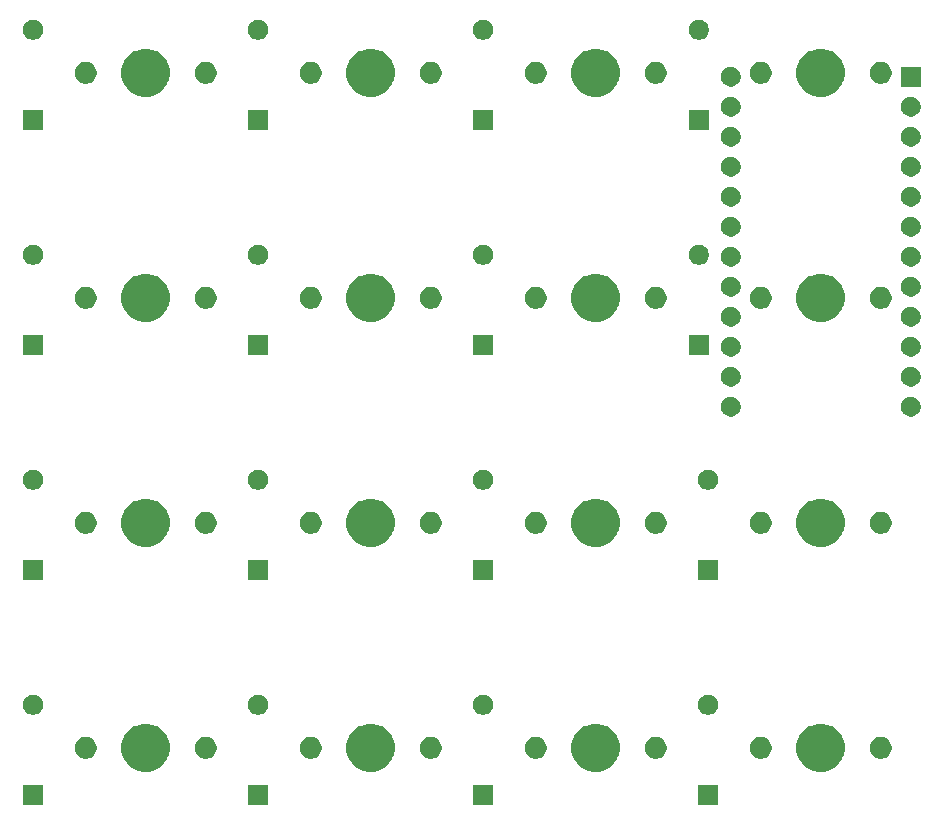
<source format=gts>
G04 #@! TF.GenerationSoftware,KiCad,Pcbnew,(5.1.6)-1*
G04 #@! TF.CreationDate,2020-08-20T21:51:45+02:00*
G04 #@! TF.ProjectId,europa,6575726f-7061-42e6-9b69-6361645f7063,rev?*
G04 #@! TF.SameCoordinates,Original*
G04 #@! TF.FileFunction,Soldermask,Top*
G04 #@! TF.FilePolarity,Negative*
%FSLAX46Y46*%
G04 Gerber Fmt 4.6, Leading zero omitted, Abs format (unit mm)*
G04 Created by KiCad (PCBNEW (5.1.6)-1) date 2020-08-20 21:51:45*
%MOMM*%
%LPD*%
G01*
G04 APERTURE LIST*
%ADD10C,0.100000*%
G04 APERTURE END LIST*
D10*
G36*
X129438500Y-127057250D02*
G01*
X127736500Y-127057250D01*
X127736500Y-125355250D01*
X129438500Y-125355250D01*
X129438500Y-127057250D01*
G37*
G36*
X91338500Y-127057250D02*
G01*
X89636500Y-127057250D01*
X89636500Y-125355250D01*
X91338500Y-125355250D01*
X91338500Y-127057250D01*
G37*
G36*
X72288500Y-127057250D02*
G01*
X70586500Y-127057250D01*
X70586500Y-125355250D01*
X72288500Y-125355250D01*
X72288500Y-127057250D01*
G37*
G36*
X110388500Y-127057250D02*
G01*
X108686500Y-127057250D01*
X108686500Y-125355250D01*
X110388500Y-125355250D01*
X110388500Y-127057250D01*
G37*
G36*
X81558974Y-120271184D02*
G01*
X81776974Y-120361483D01*
X81931123Y-120425333D01*
X82266048Y-120649123D01*
X82550877Y-120933952D01*
X82774667Y-121268877D01*
X82807062Y-121347086D01*
X82928816Y-121641026D01*
X83007400Y-122036094D01*
X83007400Y-122438906D01*
X82928816Y-122833974D01*
X82877951Y-122956772D01*
X82774667Y-123206123D01*
X82550877Y-123541048D01*
X82266048Y-123825877D01*
X81931123Y-124049667D01*
X81776974Y-124113517D01*
X81558974Y-124203816D01*
X81163906Y-124282400D01*
X80761094Y-124282400D01*
X80366026Y-124203816D01*
X80148026Y-124113517D01*
X79993877Y-124049667D01*
X79658952Y-123825877D01*
X79374123Y-123541048D01*
X79150333Y-123206123D01*
X79047049Y-122956772D01*
X78996184Y-122833974D01*
X78917600Y-122438906D01*
X78917600Y-122036094D01*
X78996184Y-121641026D01*
X79117938Y-121347086D01*
X79150333Y-121268877D01*
X79374123Y-120933952D01*
X79658952Y-120649123D01*
X79993877Y-120425333D01*
X80148026Y-120361483D01*
X80366026Y-120271184D01*
X80761094Y-120192600D01*
X81163906Y-120192600D01*
X81558974Y-120271184D01*
G37*
G36*
X138708974Y-120271184D02*
G01*
X138926974Y-120361483D01*
X139081123Y-120425333D01*
X139416048Y-120649123D01*
X139700877Y-120933952D01*
X139924667Y-121268877D01*
X139957062Y-121347086D01*
X140078816Y-121641026D01*
X140157400Y-122036094D01*
X140157400Y-122438906D01*
X140078816Y-122833974D01*
X140027951Y-122956772D01*
X139924667Y-123206123D01*
X139700877Y-123541048D01*
X139416048Y-123825877D01*
X139081123Y-124049667D01*
X138926974Y-124113517D01*
X138708974Y-124203816D01*
X138313906Y-124282400D01*
X137911094Y-124282400D01*
X137516026Y-124203816D01*
X137298026Y-124113517D01*
X137143877Y-124049667D01*
X136808952Y-123825877D01*
X136524123Y-123541048D01*
X136300333Y-123206123D01*
X136197049Y-122956772D01*
X136146184Y-122833974D01*
X136067600Y-122438906D01*
X136067600Y-122036094D01*
X136146184Y-121641026D01*
X136267938Y-121347086D01*
X136300333Y-121268877D01*
X136524123Y-120933952D01*
X136808952Y-120649123D01*
X137143877Y-120425333D01*
X137298026Y-120361483D01*
X137516026Y-120271184D01*
X137911094Y-120192600D01*
X138313906Y-120192600D01*
X138708974Y-120271184D01*
G37*
G36*
X119658974Y-120271184D02*
G01*
X119876974Y-120361483D01*
X120031123Y-120425333D01*
X120366048Y-120649123D01*
X120650877Y-120933952D01*
X120874667Y-121268877D01*
X120907062Y-121347086D01*
X121028816Y-121641026D01*
X121107400Y-122036094D01*
X121107400Y-122438906D01*
X121028816Y-122833974D01*
X120977951Y-122956772D01*
X120874667Y-123206123D01*
X120650877Y-123541048D01*
X120366048Y-123825877D01*
X120031123Y-124049667D01*
X119876974Y-124113517D01*
X119658974Y-124203816D01*
X119263906Y-124282400D01*
X118861094Y-124282400D01*
X118466026Y-124203816D01*
X118248026Y-124113517D01*
X118093877Y-124049667D01*
X117758952Y-123825877D01*
X117474123Y-123541048D01*
X117250333Y-123206123D01*
X117147049Y-122956772D01*
X117096184Y-122833974D01*
X117017600Y-122438906D01*
X117017600Y-122036094D01*
X117096184Y-121641026D01*
X117217938Y-121347086D01*
X117250333Y-121268877D01*
X117474123Y-120933952D01*
X117758952Y-120649123D01*
X118093877Y-120425333D01*
X118248026Y-120361483D01*
X118466026Y-120271184D01*
X118861094Y-120192600D01*
X119263906Y-120192600D01*
X119658974Y-120271184D01*
G37*
G36*
X100608974Y-120271184D02*
G01*
X100826974Y-120361483D01*
X100981123Y-120425333D01*
X101316048Y-120649123D01*
X101600877Y-120933952D01*
X101824667Y-121268877D01*
X101857062Y-121347086D01*
X101978816Y-121641026D01*
X102057400Y-122036094D01*
X102057400Y-122438906D01*
X101978816Y-122833974D01*
X101927951Y-122956772D01*
X101824667Y-123206123D01*
X101600877Y-123541048D01*
X101316048Y-123825877D01*
X100981123Y-124049667D01*
X100826974Y-124113517D01*
X100608974Y-124203816D01*
X100213906Y-124282400D01*
X99811094Y-124282400D01*
X99416026Y-124203816D01*
X99198026Y-124113517D01*
X99043877Y-124049667D01*
X98708952Y-123825877D01*
X98424123Y-123541048D01*
X98200333Y-123206123D01*
X98097049Y-122956772D01*
X98046184Y-122833974D01*
X97967600Y-122438906D01*
X97967600Y-122036094D01*
X98046184Y-121641026D01*
X98167938Y-121347086D01*
X98200333Y-121268877D01*
X98424123Y-120933952D01*
X98708952Y-120649123D01*
X99043877Y-120425333D01*
X99198026Y-120361483D01*
X99416026Y-120271184D01*
X99811094Y-120192600D01*
X100213906Y-120192600D01*
X100608974Y-120271184D01*
G37*
G36*
X95202604Y-121347085D02*
G01*
X95371126Y-121416889D01*
X95522791Y-121518228D01*
X95651772Y-121647209D01*
X95753111Y-121798874D01*
X95822915Y-121967396D01*
X95858500Y-122146297D01*
X95858500Y-122328703D01*
X95822915Y-122507604D01*
X95753111Y-122676126D01*
X95651772Y-122827791D01*
X95522791Y-122956772D01*
X95371126Y-123058111D01*
X95202604Y-123127915D01*
X95023703Y-123163500D01*
X94841297Y-123163500D01*
X94662396Y-123127915D01*
X94493874Y-123058111D01*
X94342209Y-122956772D01*
X94213228Y-122827791D01*
X94111889Y-122676126D01*
X94042085Y-122507604D01*
X94006500Y-122328703D01*
X94006500Y-122146297D01*
X94042085Y-121967396D01*
X94111889Y-121798874D01*
X94213228Y-121647209D01*
X94342209Y-121518228D01*
X94493874Y-121416889D01*
X94662396Y-121347085D01*
X94841297Y-121311500D01*
X95023703Y-121311500D01*
X95202604Y-121347085D01*
G37*
G36*
X114252604Y-121347085D02*
G01*
X114421126Y-121416889D01*
X114572791Y-121518228D01*
X114701772Y-121647209D01*
X114803111Y-121798874D01*
X114872915Y-121967396D01*
X114908500Y-122146297D01*
X114908500Y-122328703D01*
X114872915Y-122507604D01*
X114803111Y-122676126D01*
X114701772Y-122827791D01*
X114572791Y-122956772D01*
X114421126Y-123058111D01*
X114252604Y-123127915D01*
X114073703Y-123163500D01*
X113891297Y-123163500D01*
X113712396Y-123127915D01*
X113543874Y-123058111D01*
X113392209Y-122956772D01*
X113263228Y-122827791D01*
X113161889Y-122676126D01*
X113092085Y-122507604D01*
X113056500Y-122328703D01*
X113056500Y-122146297D01*
X113092085Y-121967396D01*
X113161889Y-121798874D01*
X113263228Y-121647209D01*
X113392209Y-121518228D01*
X113543874Y-121416889D01*
X113712396Y-121347085D01*
X113891297Y-121311500D01*
X114073703Y-121311500D01*
X114252604Y-121347085D01*
G37*
G36*
X124412604Y-121347085D02*
G01*
X124581126Y-121416889D01*
X124732791Y-121518228D01*
X124861772Y-121647209D01*
X124963111Y-121798874D01*
X125032915Y-121967396D01*
X125068500Y-122146297D01*
X125068500Y-122328703D01*
X125032915Y-122507604D01*
X124963111Y-122676126D01*
X124861772Y-122827791D01*
X124732791Y-122956772D01*
X124581126Y-123058111D01*
X124412604Y-123127915D01*
X124233703Y-123163500D01*
X124051297Y-123163500D01*
X123872396Y-123127915D01*
X123703874Y-123058111D01*
X123552209Y-122956772D01*
X123423228Y-122827791D01*
X123321889Y-122676126D01*
X123252085Y-122507604D01*
X123216500Y-122328703D01*
X123216500Y-122146297D01*
X123252085Y-121967396D01*
X123321889Y-121798874D01*
X123423228Y-121647209D01*
X123552209Y-121518228D01*
X123703874Y-121416889D01*
X123872396Y-121347085D01*
X124051297Y-121311500D01*
X124233703Y-121311500D01*
X124412604Y-121347085D01*
G37*
G36*
X76152604Y-121347085D02*
G01*
X76321126Y-121416889D01*
X76472791Y-121518228D01*
X76601772Y-121647209D01*
X76703111Y-121798874D01*
X76772915Y-121967396D01*
X76808500Y-122146297D01*
X76808500Y-122328703D01*
X76772915Y-122507604D01*
X76703111Y-122676126D01*
X76601772Y-122827791D01*
X76472791Y-122956772D01*
X76321126Y-123058111D01*
X76152604Y-123127915D01*
X75973703Y-123163500D01*
X75791297Y-123163500D01*
X75612396Y-123127915D01*
X75443874Y-123058111D01*
X75292209Y-122956772D01*
X75163228Y-122827791D01*
X75061889Y-122676126D01*
X74992085Y-122507604D01*
X74956500Y-122328703D01*
X74956500Y-122146297D01*
X74992085Y-121967396D01*
X75061889Y-121798874D01*
X75163228Y-121647209D01*
X75292209Y-121518228D01*
X75443874Y-121416889D01*
X75612396Y-121347085D01*
X75791297Y-121311500D01*
X75973703Y-121311500D01*
X76152604Y-121347085D01*
G37*
G36*
X86312604Y-121347085D02*
G01*
X86481126Y-121416889D01*
X86632791Y-121518228D01*
X86761772Y-121647209D01*
X86863111Y-121798874D01*
X86932915Y-121967396D01*
X86968500Y-122146297D01*
X86968500Y-122328703D01*
X86932915Y-122507604D01*
X86863111Y-122676126D01*
X86761772Y-122827791D01*
X86632791Y-122956772D01*
X86481126Y-123058111D01*
X86312604Y-123127915D01*
X86133703Y-123163500D01*
X85951297Y-123163500D01*
X85772396Y-123127915D01*
X85603874Y-123058111D01*
X85452209Y-122956772D01*
X85323228Y-122827791D01*
X85221889Y-122676126D01*
X85152085Y-122507604D01*
X85116500Y-122328703D01*
X85116500Y-122146297D01*
X85152085Y-121967396D01*
X85221889Y-121798874D01*
X85323228Y-121647209D01*
X85452209Y-121518228D01*
X85603874Y-121416889D01*
X85772396Y-121347085D01*
X85951297Y-121311500D01*
X86133703Y-121311500D01*
X86312604Y-121347085D01*
G37*
G36*
X143462604Y-121347085D02*
G01*
X143631126Y-121416889D01*
X143782791Y-121518228D01*
X143911772Y-121647209D01*
X144013111Y-121798874D01*
X144082915Y-121967396D01*
X144118500Y-122146297D01*
X144118500Y-122328703D01*
X144082915Y-122507604D01*
X144013111Y-122676126D01*
X143911772Y-122827791D01*
X143782791Y-122956772D01*
X143631126Y-123058111D01*
X143462604Y-123127915D01*
X143283703Y-123163500D01*
X143101297Y-123163500D01*
X142922396Y-123127915D01*
X142753874Y-123058111D01*
X142602209Y-122956772D01*
X142473228Y-122827791D01*
X142371889Y-122676126D01*
X142302085Y-122507604D01*
X142266500Y-122328703D01*
X142266500Y-122146297D01*
X142302085Y-121967396D01*
X142371889Y-121798874D01*
X142473228Y-121647209D01*
X142602209Y-121518228D01*
X142753874Y-121416889D01*
X142922396Y-121347085D01*
X143101297Y-121311500D01*
X143283703Y-121311500D01*
X143462604Y-121347085D01*
G37*
G36*
X133302604Y-121347085D02*
G01*
X133471126Y-121416889D01*
X133622791Y-121518228D01*
X133751772Y-121647209D01*
X133853111Y-121798874D01*
X133922915Y-121967396D01*
X133958500Y-122146297D01*
X133958500Y-122328703D01*
X133922915Y-122507604D01*
X133853111Y-122676126D01*
X133751772Y-122827791D01*
X133622791Y-122956772D01*
X133471126Y-123058111D01*
X133302604Y-123127915D01*
X133123703Y-123163500D01*
X132941297Y-123163500D01*
X132762396Y-123127915D01*
X132593874Y-123058111D01*
X132442209Y-122956772D01*
X132313228Y-122827791D01*
X132211889Y-122676126D01*
X132142085Y-122507604D01*
X132106500Y-122328703D01*
X132106500Y-122146297D01*
X132142085Y-121967396D01*
X132211889Y-121798874D01*
X132313228Y-121647209D01*
X132442209Y-121518228D01*
X132593874Y-121416889D01*
X132762396Y-121347085D01*
X132941297Y-121311500D01*
X133123703Y-121311500D01*
X133302604Y-121347085D01*
G37*
G36*
X105362604Y-121347085D02*
G01*
X105531126Y-121416889D01*
X105682791Y-121518228D01*
X105811772Y-121647209D01*
X105913111Y-121798874D01*
X105982915Y-121967396D01*
X106018500Y-122146297D01*
X106018500Y-122328703D01*
X105982915Y-122507604D01*
X105913111Y-122676126D01*
X105811772Y-122827791D01*
X105682791Y-122956772D01*
X105531126Y-123058111D01*
X105362604Y-123127915D01*
X105183703Y-123163500D01*
X105001297Y-123163500D01*
X104822396Y-123127915D01*
X104653874Y-123058111D01*
X104502209Y-122956772D01*
X104373228Y-122827791D01*
X104271889Y-122676126D01*
X104202085Y-122507604D01*
X104166500Y-122328703D01*
X104166500Y-122146297D01*
X104202085Y-121967396D01*
X104271889Y-121798874D01*
X104373228Y-121647209D01*
X104502209Y-121518228D01*
X104653874Y-121416889D01*
X104822396Y-121347085D01*
X105001297Y-121311500D01*
X105183703Y-121311500D01*
X105362604Y-121347085D01*
G37*
G36*
X90735728Y-117767953D02*
G01*
X90890600Y-117832103D01*
X91029981Y-117925235D01*
X91148515Y-118043769D01*
X91241647Y-118183150D01*
X91305797Y-118338022D01*
X91338500Y-118502434D01*
X91338500Y-118670066D01*
X91305797Y-118834478D01*
X91241647Y-118989350D01*
X91148515Y-119128731D01*
X91029981Y-119247265D01*
X90890600Y-119340397D01*
X90735728Y-119404547D01*
X90571316Y-119437250D01*
X90403684Y-119437250D01*
X90239272Y-119404547D01*
X90084400Y-119340397D01*
X89945019Y-119247265D01*
X89826485Y-119128731D01*
X89733353Y-118989350D01*
X89669203Y-118834478D01*
X89636500Y-118670066D01*
X89636500Y-118502434D01*
X89669203Y-118338022D01*
X89733353Y-118183150D01*
X89826485Y-118043769D01*
X89945019Y-117925235D01*
X90084400Y-117832103D01*
X90239272Y-117767953D01*
X90403684Y-117735250D01*
X90571316Y-117735250D01*
X90735728Y-117767953D01*
G37*
G36*
X109785728Y-117767953D02*
G01*
X109940600Y-117832103D01*
X110079981Y-117925235D01*
X110198515Y-118043769D01*
X110291647Y-118183150D01*
X110355797Y-118338022D01*
X110388500Y-118502434D01*
X110388500Y-118670066D01*
X110355797Y-118834478D01*
X110291647Y-118989350D01*
X110198515Y-119128731D01*
X110079981Y-119247265D01*
X109940600Y-119340397D01*
X109785728Y-119404547D01*
X109621316Y-119437250D01*
X109453684Y-119437250D01*
X109289272Y-119404547D01*
X109134400Y-119340397D01*
X108995019Y-119247265D01*
X108876485Y-119128731D01*
X108783353Y-118989350D01*
X108719203Y-118834478D01*
X108686500Y-118670066D01*
X108686500Y-118502434D01*
X108719203Y-118338022D01*
X108783353Y-118183150D01*
X108876485Y-118043769D01*
X108995019Y-117925235D01*
X109134400Y-117832103D01*
X109289272Y-117767953D01*
X109453684Y-117735250D01*
X109621316Y-117735250D01*
X109785728Y-117767953D01*
G37*
G36*
X128835728Y-117767953D02*
G01*
X128990600Y-117832103D01*
X129129981Y-117925235D01*
X129248515Y-118043769D01*
X129341647Y-118183150D01*
X129405797Y-118338022D01*
X129438500Y-118502434D01*
X129438500Y-118670066D01*
X129405797Y-118834478D01*
X129341647Y-118989350D01*
X129248515Y-119128731D01*
X129129981Y-119247265D01*
X128990600Y-119340397D01*
X128835728Y-119404547D01*
X128671316Y-119437250D01*
X128503684Y-119437250D01*
X128339272Y-119404547D01*
X128184400Y-119340397D01*
X128045019Y-119247265D01*
X127926485Y-119128731D01*
X127833353Y-118989350D01*
X127769203Y-118834478D01*
X127736500Y-118670066D01*
X127736500Y-118502434D01*
X127769203Y-118338022D01*
X127833353Y-118183150D01*
X127926485Y-118043769D01*
X128045019Y-117925235D01*
X128184400Y-117832103D01*
X128339272Y-117767953D01*
X128503684Y-117735250D01*
X128671316Y-117735250D01*
X128835728Y-117767953D01*
G37*
G36*
X71685728Y-117767953D02*
G01*
X71840600Y-117832103D01*
X71979981Y-117925235D01*
X72098515Y-118043769D01*
X72191647Y-118183150D01*
X72255797Y-118338022D01*
X72288500Y-118502434D01*
X72288500Y-118670066D01*
X72255797Y-118834478D01*
X72191647Y-118989350D01*
X72098515Y-119128731D01*
X71979981Y-119247265D01*
X71840600Y-119340397D01*
X71685728Y-119404547D01*
X71521316Y-119437250D01*
X71353684Y-119437250D01*
X71189272Y-119404547D01*
X71034400Y-119340397D01*
X70895019Y-119247265D01*
X70776485Y-119128731D01*
X70683353Y-118989350D01*
X70619203Y-118834478D01*
X70586500Y-118670066D01*
X70586500Y-118502434D01*
X70619203Y-118338022D01*
X70683353Y-118183150D01*
X70776485Y-118043769D01*
X70895019Y-117925235D01*
X71034400Y-117832103D01*
X71189272Y-117767953D01*
X71353684Y-117735250D01*
X71521316Y-117735250D01*
X71685728Y-117767953D01*
G37*
G36*
X110388500Y-108007250D02*
G01*
X108686500Y-108007250D01*
X108686500Y-106305250D01*
X110388500Y-106305250D01*
X110388500Y-108007250D01*
G37*
G36*
X72288500Y-108007250D02*
G01*
X70586500Y-108007250D01*
X70586500Y-106305250D01*
X72288500Y-106305250D01*
X72288500Y-108007250D01*
G37*
G36*
X91338500Y-108007250D02*
G01*
X89636500Y-108007250D01*
X89636500Y-106305250D01*
X91338500Y-106305250D01*
X91338500Y-108007250D01*
G37*
G36*
X129438500Y-108007250D02*
G01*
X127736500Y-108007250D01*
X127736500Y-106305250D01*
X129438500Y-106305250D01*
X129438500Y-108007250D01*
G37*
G36*
X138708974Y-101221184D02*
G01*
X138926974Y-101311483D01*
X139081123Y-101375333D01*
X139416048Y-101599123D01*
X139700877Y-101883952D01*
X139924667Y-102218877D01*
X139957062Y-102297086D01*
X140078816Y-102591026D01*
X140157400Y-102986094D01*
X140157400Y-103388906D01*
X140078816Y-103783974D01*
X140027951Y-103906772D01*
X139924667Y-104156123D01*
X139700877Y-104491048D01*
X139416048Y-104775877D01*
X139081123Y-104999667D01*
X138926974Y-105063517D01*
X138708974Y-105153816D01*
X138313906Y-105232400D01*
X137911094Y-105232400D01*
X137516026Y-105153816D01*
X137298026Y-105063517D01*
X137143877Y-104999667D01*
X136808952Y-104775877D01*
X136524123Y-104491048D01*
X136300333Y-104156123D01*
X136197049Y-103906772D01*
X136146184Y-103783974D01*
X136067600Y-103388906D01*
X136067600Y-102986094D01*
X136146184Y-102591026D01*
X136267938Y-102297086D01*
X136300333Y-102218877D01*
X136524123Y-101883952D01*
X136808952Y-101599123D01*
X137143877Y-101375333D01*
X137298026Y-101311483D01*
X137516026Y-101221184D01*
X137911094Y-101142600D01*
X138313906Y-101142600D01*
X138708974Y-101221184D01*
G37*
G36*
X100608974Y-101221184D02*
G01*
X100826974Y-101311483D01*
X100981123Y-101375333D01*
X101316048Y-101599123D01*
X101600877Y-101883952D01*
X101824667Y-102218877D01*
X101857062Y-102297086D01*
X101978816Y-102591026D01*
X102057400Y-102986094D01*
X102057400Y-103388906D01*
X101978816Y-103783974D01*
X101927951Y-103906772D01*
X101824667Y-104156123D01*
X101600877Y-104491048D01*
X101316048Y-104775877D01*
X100981123Y-104999667D01*
X100826974Y-105063517D01*
X100608974Y-105153816D01*
X100213906Y-105232400D01*
X99811094Y-105232400D01*
X99416026Y-105153816D01*
X99198026Y-105063517D01*
X99043877Y-104999667D01*
X98708952Y-104775877D01*
X98424123Y-104491048D01*
X98200333Y-104156123D01*
X98097049Y-103906772D01*
X98046184Y-103783974D01*
X97967600Y-103388906D01*
X97967600Y-102986094D01*
X98046184Y-102591026D01*
X98167938Y-102297086D01*
X98200333Y-102218877D01*
X98424123Y-101883952D01*
X98708952Y-101599123D01*
X99043877Y-101375333D01*
X99198026Y-101311483D01*
X99416026Y-101221184D01*
X99811094Y-101142600D01*
X100213906Y-101142600D01*
X100608974Y-101221184D01*
G37*
G36*
X81558974Y-101221184D02*
G01*
X81776974Y-101311483D01*
X81931123Y-101375333D01*
X82266048Y-101599123D01*
X82550877Y-101883952D01*
X82774667Y-102218877D01*
X82807062Y-102297086D01*
X82928816Y-102591026D01*
X83007400Y-102986094D01*
X83007400Y-103388906D01*
X82928816Y-103783974D01*
X82877951Y-103906772D01*
X82774667Y-104156123D01*
X82550877Y-104491048D01*
X82266048Y-104775877D01*
X81931123Y-104999667D01*
X81776974Y-105063517D01*
X81558974Y-105153816D01*
X81163906Y-105232400D01*
X80761094Y-105232400D01*
X80366026Y-105153816D01*
X80148026Y-105063517D01*
X79993877Y-104999667D01*
X79658952Y-104775877D01*
X79374123Y-104491048D01*
X79150333Y-104156123D01*
X79047049Y-103906772D01*
X78996184Y-103783974D01*
X78917600Y-103388906D01*
X78917600Y-102986094D01*
X78996184Y-102591026D01*
X79117938Y-102297086D01*
X79150333Y-102218877D01*
X79374123Y-101883952D01*
X79658952Y-101599123D01*
X79993877Y-101375333D01*
X80148026Y-101311483D01*
X80366026Y-101221184D01*
X80761094Y-101142600D01*
X81163906Y-101142600D01*
X81558974Y-101221184D01*
G37*
G36*
X119658974Y-101221184D02*
G01*
X119876974Y-101311483D01*
X120031123Y-101375333D01*
X120366048Y-101599123D01*
X120650877Y-101883952D01*
X120874667Y-102218877D01*
X120907062Y-102297086D01*
X121028816Y-102591026D01*
X121107400Y-102986094D01*
X121107400Y-103388906D01*
X121028816Y-103783974D01*
X120977951Y-103906772D01*
X120874667Y-104156123D01*
X120650877Y-104491048D01*
X120366048Y-104775877D01*
X120031123Y-104999667D01*
X119876974Y-105063517D01*
X119658974Y-105153816D01*
X119263906Y-105232400D01*
X118861094Y-105232400D01*
X118466026Y-105153816D01*
X118248026Y-105063517D01*
X118093877Y-104999667D01*
X117758952Y-104775877D01*
X117474123Y-104491048D01*
X117250333Y-104156123D01*
X117147049Y-103906772D01*
X117096184Y-103783974D01*
X117017600Y-103388906D01*
X117017600Y-102986094D01*
X117096184Y-102591026D01*
X117217938Y-102297086D01*
X117250333Y-102218877D01*
X117474123Y-101883952D01*
X117758952Y-101599123D01*
X118093877Y-101375333D01*
X118248026Y-101311483D01*
X118466026Y-101221184D01*
X118861094Y-101142600D01*
X119263906Y-101142600D01*
X119658974Y-101221184D01*
G37*
G36*
X105362604Y-102297085D02*
G01*
X105531126Y-102366889D01*
X105682791Y-102468228D01*
X105811772Y-102597209D01*
X105913111Y-102748874D01*
X105982915Y-102917396D01*
X106018500Y-103096297D01*
X106018500Y-103278703D01*
X105982915Y-103457604D01*
X105913111Y-103626126D01*
X105811772Y-103777791D01*
X105682791Y-103906772D01*
X105531126Y-104008111D01*
X105362604Y-104077915D01*
X105183703Y-104113500D01*
X105001297Y-104113500D01*
X104822396Y-104077915D01*
X104653874Y-104008111D01*
X104502209Y-103906772D01*
X104373228Y-103777791D01*
X104271889Y-103626126D01*
X104202085Y-103457604D01*
X104166500Y-103278703D01*
X104166500Y-103096297D01*
X104202085Y-102917396D01*
X104271889Y-102748874D01*
X104373228Y-102597209D01*
X104502209Y-102468228D01*
X104653874Y-102366889D01*
X104822396Y-102297085D01*
X105001297Y-102261500D01*
X105183703Y-102261500D01*
X105362604Y-102297085D01*
G37*
G36*
X143462604Y-102297085D02*
G01*
X143631126Y-102366889D01*
X143782791Y-102468228D01*
X143911772Y-102597209D01*
X144013111Y-102748874D01*
X144082915Y-102917396D01*
X144118500Y-103096297D01*
X144118500Y-103278703D01*
X144082915Y-103457604D01*
X144013111Y-103626126D01*
X143911772Y-103777791D01*
X143782791Y-103906772D01*
X143631126Y-104008111D01*
X143462604Y-104077915D01*
X143283703Y-104113500D01*
X143101297Y-104113500D01*
X142922396Y-104077915D01*
X142753874Y-104008111D01*
X142602209Y-103906772D01*
X142473228Y-103777791D01*
X142371889Y-103626126D01*
X142302085Y-103457604D01*
X142266500Y-103278703D01*
X142266500Y-103096297D01*
X142302085Y-102917396D01*
X142371889Y-102748874D01*
X142473228Y-102597209D01*
X142602209Y-102468228D01*
X142753874Y-102366889D01*
X142922396Y-102297085D01*
X143101297Y-102261500D01*
X143283703Y-102261500D01*
X143462604Y-102297085D01*
G37*
G36*
X76152604Y-102297085D02*
G01*
X76321126Y-102366889D01*
X76472791Y-102468228D01*
X76601772Y-102597209D01*
X76703111Y-102748874D01*
X76772915Y-102917396D01*
X76808500Y-103096297D01*
X76808500Y-103278703D01*
X76772915Y-103457604D01*
X76703111Y-103626126D01*
X76601772Y-103777791D01*
X76472791Y-103906772D01*
X76321126Y-104008111D01*
X76152604Y-104077915D01*
X75973703Y-104113500D01*
X75791297Y-104113500D01*
X75612396Y-104077915D01*
X75443874Y-104008111D01*
X75292209Y-103906772D01*
X75163228Y-103777791D01*
X75061889Y-103626126D01*
X74992085Y-103457604D01*
X74956500Y-103278703D01*
X74956500Y-103096297D01*
X74992085Y-102917396D01*
X75061889Y-102748874D01*
X75163228Y-102597209D01*
X75292209Y-102468228D01*
X75443874Y-102366889D01*
X75612396Y-102297085D01*
X75791297Y-102261500D01*
X75973703Y-102261500D01*
X76152604Y-102297085D01*
G37*
G36*
X86312604Y-102297085D02*
G01*
X86481126Y-102366889D01*
X86632791Y-102468228D01*
X86761772Y-102597209D01*
X86863111Y-102748874D01*
X86932915Y-102917396D01*
X86968500Y-103096297D01*
X86968500Y-103278703D01*
X86932915Y-103457604D01*
X86863111Y-103626126D01*
X86761772Y-103777791D01*
X86632791Y-103906772D01*
X86481126Y-104008111D01*
X86312604Y-104077915D01*
X86133703Y-104113500D01*
X85951297Y-104113500D01*
X85772396Y-104077915D01*
X85603874Y-104008111D01*
X85452209Y-103906772D01*
X85323228Y-103777791D01*
X85221889Y-103626126D01*
X85152085Y-103457604D01*
X85116500Y-103278703D01*
X85116500Y-103096297D01*
X85152085Y-102917396D01*
X85221889Y-102748874D01*
X85323228Y-102597209D01*
X85452209Y-102468228D01*
X85603874Y-102366889D01*
X85772396Y-102297085D01*
X85951297Y-102261500D01*
X86133703Y-102261500D01*
X86312604Y-102297085D01*
G37*
G36*
X114252604Y-102297085D02*
G01*
X114421126Y-102366889D01*
X114572791Y-102468228D01*
X114701772Y-102597209D01*
X114803111Y-102748874D01*
X114872915Y-102917396D01*
X114908500Y-103096297D01*
X114908500Y-103278703D01*
X114872915Y-103457604D01*
X114803111Y-103626126D01*
X114701772Y-103777791D01*
X114572791Y-103906772D01*
X114421126Y-104008111D01*
X114252604Y-104077915D01*
X114073703Y-104113500D01*
X113891297Y-104113500D01*
X113712396Y-104077915D01*
X113543874Y-104008111D01*
X113392209Y-103906772D01*
X113263228Y-103777791D01*
X113161889Y-103626126D01*
X113092085Y-103457604D01*
X113056500Y-103278703D01*
X113056500Y-103096297D01*
X113092085Y-102917396D01*
X113161889Y-102748874D01*
X113263228Y-102597209D01*
X113392209Y-102468228D01*
X113543874Y-102366889D01*
X113712396Y-102297085D01*
X113891297Y-102261500D01*
X114073703Y-102261500D01*
X114252604Y-102297085D01*
G37*
G36*
X124412604Y-102297085D02*
G01*
X124581126Y-102366889D01*
X124732791Y-102468228D01*
X124861772Y-102597209D01*
X124963111Y-102748874D01*
X125032915Y-102917396D01*
X125068500Y-103096297D01*
X125068500Y-103278703D01*
X125032915Y-103457604D01*
X124963111Y-103626126D01*
X124861772Y-103777791D01*
X124732791Y-103906772D01*
X124581126Y-104008111D01*
X124412604Y-104077915D01*
X124233703Y-104113500D01*
X124051297Y-104113500D01*
X123872396Y-104077915D01*
X123703874Y-104008111D01*
X123552209Y-103906772D01*
X123423228Y-103777791D01*
X123321889Y-103626126D01*
X123252085Y-103457604D01*
X123216500Y-103278703D01*
X123216500Y-103096297D01*
X123252085Y-102917396D01*
X123321889Y-102748874D01*
X123423228Y-102597209D01*
X123552209Y-102468228D01*
X123703874Y-102366889D01*
X123872396Y-102297085D01*
X124051297Y-102261500D01*
X124233703Y-102261500D01*
X124412604Y-102297085D01*
G37*
G36*
X133302604Y-102297085D02*
G01*
X133471126Y-102366889D01*
X133622791Y-102468228D01*
X133751772Y-102597209D01*
X133853111Y-102748874D01*
X133922915Y-102917396D01*
X133958500Y-103096297D01*
X133958500Y-103278703D01*
X133922915Y-103457604D01*
X133853111Y-103626126D01*
X133751772Y-103777791D01*
X133622791Y-103906772D01*
X133471126Y-104008111D01*
X133302604Y-104077915D01*
X133123703Y-104113500D01*
X132941297Y-104113500D01*
X132762396Y-104077915D01*
X132593874Y-104008111D01*
X132442209Y-103906772D01*
X132313228Y-103777791D01*
X132211889Y-103626126D01*
X132142085Y-103457604D01*
X132106500Y-103278703D01*
X132106500Y-103096297D01*
X132142085Y-102917396D01*
X132211889Y-102748874D01*
X132313228Y-102597209D01*
X132442209Y-102468228D01*
X132593874Y-102366889D01*
X132762396Y-102297085D01*
X132941297Y-102261500D01*
X133123703Y-102261500D01*
X133302604Y-102297085D01*
G37*
G36*
X95202604Y-102297085D02*
G01*
X95371126Y-102366889D01*
X95522791Y-102468228D01*
X95651772Y-102597209D01*
X95753111Y-102748874D01*
X95822915Y-102917396D01*
X95858500Y-103096297D01*
X95858500Y-103278703D01*
X95822915Y-103457604D01*
X95753111Y-103626126D01*
X95651772Y-103777791D01*
X95522791Y-103906772D01*
X95371126Y-104008111D01*
X95202604Y-104077915D01*
X95023703Y-104113500D01*
X94841297Y-104113500D01*
X94662396Y-104077915D01*
X94493874Y-104008111D01*
X94342209Y-103906772D01*
X94213228Y-103777791D01*
X94111889Y-103626126D01*
X94042085Y-103457604D01*
X94006500Y-103278703D01*
X94006500Y-103096297D01*
X94042085Y-102917396D01*
X94111889Y-102748874D01*
X94213228Y-102597209D01*
X94342209Y-102468228D01*
X94493874Y-102366889D01*
X94662396Y-102297085D01*
X94841297Y-102261500D01*
X95023703Y-102261500D01*
X95202604Y-102297085D01*
G37*
G36*
X71685728Y-98717953D02*
G01*
X71840600Y-98782103D01*
X71979981Y-98875235D01*
X72098515Y-98993769D01*
X72191647Y-99133150D01*
X72255797Y-99288022D01*
X72288500Y-99452434D01*
X72288500Y-99620066D01*
X72255797Y-99784478D01*
X72191647Y-99939350D01*
X72098515Y-100078731D01*
X71979981Y-100197265D01*
X71840600Y-100290397D01*
X71685728Y-100354547D01*
X71521316Y-100387250D01*
X71353684Y-100387250D01*
X71189272Y-100354547D01*
X71034400Y-100290397D01*
X70895019Y-100197265D01*
X70776485Y-100078731D01*
X70683353Y-99939350D01*
X70619203Y-99784478D01*
X70586500Y-99620066D01*
X70586500Y-99452434D01*
X70619203Y-99288022D01*
X70683353Y-99133150D01*
X70776485Y-98993769D01*
X70895019Y-98875235D01*
X71034400Y-98782103D01*
X71189272Y-98717953D01*
X71353684Y-98685250D01*
X71521316Y-98685250D01*
X71685728Y-98717953D01*
G37*
G36*
X90735728Y-98717953D02*
G01*
X90890600Y-98782103D01*
X91029981Y-98875235D01*
X91148515Y-98993769D01*
X91241647Y-99133150D01*
X91305797Y-99288022D01*
X91338500Y-99452434D01*
X91338500Y-99620066D01*
X91305797Y-99784478D01*
X91241647Y-99939350D01*
X91148515Y-100078731D01*
X91029981Y-100197265D01*
X90890600Y-100290397D01*
X90735728Y-100354547D01*
X90571316Y-100387250D01*
X90403684Y-100387250D01*
X90239272Y-100354547D01*
X90084400Y-100290397D01*
X89945019Y-100197265D01*
X89826485Y-100078731D01*
X89733353Y-99939350D01*
X89669203Y-99784478D01*
X89636500Y-99620066D01*
X89636500Y-99452434D01*
X89669203Y-99288022D01*
X89733353Y-99133150D01*
X89826485Y-98993769D01*
X89945019Y-98875235D01*
X90084400Y-98782103D01*
X90239272Y-98717953D01*
X90403684Y-98685250D01*
X90571316Y-98685250D01*
X90735728Y-98717953D01*
G37*
G36*
X109785728Y-98717953D02*
G01*
X109940600Y-98782103D01*
X110079981Y-98875235D01*
X110198515Y-98993769D01*
X110291647Y-99133150D01*
X110355797Y-99288022D01*
X110388500Y-99452434D01*
X110388500Y-99620066D01*
X110355797Y-99784478D01*
X110291647Y-99939350D01*
X110198515Y-100078731D01*
X110079981Y-100197265D01*
X109940600Y-100290397D01*
X109785728Y-100354547D01*
X109621316Y-100387250D01*
X109453684Y-100387250D01*
X109289272Y-100354547D01*
X109134400Y-100290397D01*
X108995019Y-100197265D01*
X108876485Y-100078731D01*
X108783353Y-99939350D01*
X108719203Y-99784478D01*
X108686500Y-99620066D01*
X108686500Y-99452434D01*
X108719203Y-99288022D01*
X108783353Y-99133150D01*
X108876485Y-98993769D01*
X108995019Y-98875235D01*
X109134400Y-98782103D01*
X109289272Y-98717953D01*
X109453684Y-98685250D01*
X109621316Y-98685250D01*
X109785728Y-98717953D01*
G37*
G36*
X128835728Y-98717953D02*
G01*
X128990600Y-98782103D01*
X129129981Y-98875235D01*
X129248515Y-98993769D01*
X129341647Y-99133150D01*
X129405797Y-99288022D01*
X129438500Y-99452434D01*
X129438500Y-99620066D01*
X129405797Y-99784478D01*
X129341647Y-99939350D01*
X129248515Y-100078731D01*
X129129981Y-100197265D01*
X128990600Y-100290397D01*
X128835728Y-100354547D01*
X128671316Y-100387250D01*
X128503684Y-100387250D01*
X128339272Y-100354547D01*
X128184400Y-100290397D01*
X128045019Y-100197265D01*
X127926485Y-100078731D01*
X127833353Y-99939350D01*
X127769203Y-99784478D01*
X127736500Y-99620066D01*
X127736500Y-99452434D01*
X127769203Y-99288022D01*
X127833353Y-99133150D01*
X127926485Y-98993769D01*
X128045019Y-98875235D01*
X128184400Y-98782103D01*
X128339272Y-98717953D01*
X128503684Y-98685250D01*
X128671316Y-98685250D01*
X128835728Y-98717953D01*
G37*
G36*
X130740728Y-92526703D02*
G01*
X130895600Y-92590853D01*
X131034981Y-92683985D01*
X131153515Y-92802519D01*
X131246647Y-92941900D01*
X131310797Y-93096772D01*
X131343500Y-93261184D01*
X131343500Y-93428816D01*
X131310797Y-93593228D01*
X131246647Y-93748100D01*
X131153515Y-93887481D01*
X131034981Y-94006015D01*
X130895600Y-94099147D01*
X130740728Y-94163297D01*
X130576316Y-94196000D01*
X130408684Y-94196000D01*
X130244272Y-94163297D01*
X130089400Y-94099147D01*
X129950019Y-94006015D01*
X129831485Y-93887481D01*
X129738353Y-93748100D01*
X129674203Y-93593228D01*
X129641500Y-93428816D01*
X129641500Y-93261184D01*
X129674203Y-93096772D01*
X129738353Y-92941900D01*
X129831485Y-92802519D01*
X129950019Y-92683985D01*
X130089400Y-92590853D01*
X130244272Y-92526703D01*
X130408684Y-92494000D01*
X130576316Y-92494000D01*
X130740728Y-92526703D01*
G37*
G36*
X145980728Y-92526703D02*
G01*
X146135600Y-92590853D01*
X146274981Y-92683985D01*
X146393515Y-92802519D01*
X146486647Y-92941900D01*
X146550797Y-93096772D01*
X146583500Y-93261184D01*
X146583500Y-93428816D01*
X146550797Y-93593228D01*
X146486647Y-93748100D01*
X146393515Y-93887481D01*
X146274981Y-94006015D01*
X146135600Y-94099147D01*
X145980728Y-94163297D01*
X145816316Y-94196000D01*
X145648684Y-94196000D01*
X145484272Y-94163297D01*
X145329400Y-94099147D01*
X145190019Y-94006015D01*
X145071485Y-93887481D01*
X144978353Y-93748100D01*
X144914203Y-93593228D01*
X144881500Y-93428816D01*
X144881500Y-93261184D01*
X144914203Y-93096772D01*
X144978353Y-92941900D01*
X145071485Y-92802519D01*
X145190019Y-92683985D01*
X145329400Y-92590853D01*
X145484272Y-92526703D01*
X145648684Y-92494000D01*
X145816316Y-92494000D01*
X145980728Y-92526703D01*
G37*
G36*
X130740728Y-89986703D02*
G01*
X130895600Y-90050853D01*
X131034981Y-90143985D01*
X131153515Y-90262519D01*
X131246647Y-90401900D01*
X131310797Y-90556772D01*
X131343500Y-90721184D01*
X131343500Y-90888816D01*
X131310797Y-91053228D01*
X131246647Y-91208100D01*
X131153515Y-91347481D01*
X131034981Y-91466015D01*
X130895600Y-91559147D01*
X130740728Y-91623297D01*
X130576316Y-91656000D01*
X130408684Y-91656000D01*
X130244272Y-91623297D01*
X130089400Y-91559147D01*
X129950019Y-91466015D01*
X129831485Y-91347481D01*
X129738353Y-91208100D01*
X129674203Y-91053228D01*
X129641500Y-90888816D01*
X129641500Y-90721184D01*
X129674203Y-90556772D01*
X129738353Y-90401900D01*
X129831485Y-90262519D01*
X129950019Y-90143985D01*
X130089400Y-90050853D01*
X130244272Y-89986703D01*
X130408684Y-89954000D01*
X130576316Y-89954000D01*
X130740728Y-89986703D01*
G37*
G36*
X145980728Y-89986703D02*
G01*
X146135600Y-90050853D01*
X146274981Y-90143985D01*
X146393515Y-90262519D01*
X146486647Y-90401900D01*
X146550797Y-90556772D01*
X146583500Y-90721184D01*
X146583500Y-90888816D01*
X146550797Y-91053228D01*
X146486647Y-91208100D01*
X146393515Y-91347481D01*
X146274981Y-91466015D01*
X146135600Y-91559147D01*
X145980728Y-91623297D01*
X145816316Y-91656000D01*
X145648684Y-91656000D01*
X145484272Y-91623297D01*
X145329400Y-91559147D01*
X145190019Y-91466015D01*
X145071485Y-91347481D01*
X144978353Y-91208100D01*
X144914203Y-91053228D01*
X144881500Y-90888816D01*
X144881500Y-90721184D01*
X144914203Y-90556772D01*
X144978353Y-90401900D01*
X145071485Y-90262519D01*
X145190019Y-90143985D01*
X145329400Y-90050853D01*
X145484272Y-89986703D01*
X145648684Y-89954000D01*
X145816316Y-89954000D01*
X145980728Y-89986703D01*
G37*
G36*
X130740728Y-87446703D02*
G01*
X130895600Y-87510853D01*
X131034981Y-87603985D01*
X131153515Y-87722519D01*
X131246647Y-87861900D01*
X131310797Y-88016772D01*
X131343500Y-88181184D01*
X131343500Y-88348816D01*
X131310797Y-88513228D01*
X131246647Y-88668100D01*
X131153515Y-88807481D01*
X131034981Y-88926015D01*
X130895600Y-89019147D01*
X130740728Y-89083297D01*
X130576316Y-89116000D01*
X130408684Y-89116000D01*
X130244272Y-89083297D01*
X130089400Y-89019147D01*
X129950019Y-88926015D01*
X129831485Y-88807481D01*
X129738353Y-88668100D01*
X129674203Y-88513228D01*
X129641500Y-88348816D01*
X129641500Y-88181184D01*
X129674203Y-88016772D01*
X129738353Y-87861900D01*
X129831485Y-87722519D01*
X129950019Y-87603985D01*
X130089400Y-87510853D01*
X130244272Y-87446703D01*
X130408684Y-87414000D01*
X130576316Y-87414000D01*
X130740728Y-87446703D01*
G37*
G36*
X145980728Y-87446703D02*
G01*
X146135600Y-87510853D01*
X146274981Y-87603985D01*
X146393515Y-87722519D01*
X146486647Y-87861900D01*
X146550797Y-88016772D01*
X146583500Y-88181184D01*
X146583500Y-88348816D01*
X146550797Y-88513228D01*
X146486647Y-88668100D01*
X146393515Y-88807481D01*
X146274981Y-88926015D01*
X146135600Y-89019147D01*
X145980728Y-89083297D01*
X145816316Y-89116000D01*
X145648684Y-89116000D01*
X145484272Y-89083297D01*
X145329400Y-89019147D01*
X145190019Y-88926015D01*
X145071485Y-88807481D01*
X144978353Y-88668100D01*
X144914203Y-88513228D01*
X144881500Y-88348816D01*
X144881500Y-88181184D01*
X144914203Y-88016772D01*
X144978353Y-87861900D01*
X145071485Y-87722519D01*
X145190019Y-87603985D01*
X145329400Y-87510853D01*
X145484272Y-87446703D01*
X145648684Y-87414000D01*
X145816316Y-87414000D01*
X145980728Y-87446703D01*
G37*
G36*
X110388500Y-88957250D02*
G01*
X108686500Y-88957250D01*
X108686500Y-87255250D01*
X110388500Y-87255250D01*
X110388500Y-88957250D01*
G37*
G36*
X128644750Y-88957250D02*
G01*
X126942750Y-88957250D01*
X126942750Y-87255250D01*
X128644750Y-87255250D01*
X128644750Y-88957250D01*
G37*
G36*
X91338500Y-88957250D02*
G01*
X89636500Y-88957250D01*
X89636500Y-87255250D01*
X91338500Y-87255250D01*
X91338500Y-88957250D01*
G37*
G36*
X72288500Y-88957250D02*
G01*
X70586500Y-88957250D01*
X70586500Y-87255250D01*
X72288500Y-87255250D01*
X72288500Y-88957250D01*
G37*
G36*
X130740728Y-84906703D02*
G01*
X130895600Y-84970853D01*
X131034981Y-85063985D01*
X131153515Y-85182519D01*
X131246647Y-85321900D01*
X131310797Y-85476772D01*
X131343500Y-85641184D01*
X131343500Y-85808816D01*
X131310797Y-85973228D01*
X131246647Y-86128100D01*
X131153515Y-86267481D01*
X131034981Y-86386015D01*
X130895600Y-86479147D01*
X130740728Y-86543297D01*
X130576316Y-86576000D01*
X130408684Y-86576000D01*
X130244272Y-86543297D01*
X130089400Y-86479147D01*
X129950019Y-86386015D01*
X129831485Y-86267481D01*
X129738353Y-86128100D01*
X129674203Y-85973228D01*
X129641500Y-85808816D01*
X129641500Y-85641184D01*
X129674203Y-85476772D01*
X129738353Y-85321900D01*
X129831485Y-85182519D01*
X129950019Y-85063985D01*
X130089400Y-84970853D01*
X130244272Y-84906703D01*
X130408684Y-84874000D01*
X130576316Y-84874000D01*
X130740728Y-84906703D01*
G37*
G36*
X145980728Y-84906703D02*
G01*
X146135600Y-84970853D01*
X146274981Y-85063985D01*
X146393515Y-85182519D01*
X146486647Y-85321900D01*
X146550797Y-85476772D01*
X146583500Y-85641184D01*
X146583500Y-85808816D01*
X146550797Y-85973228D01*
X146486647Y-86128100D01*
X146393515Y-86267481D01*
X146274981Y-86386015D01*
X146135600Y-86479147D01*
X145980728Y-86543297D01*
X145816316Y-86576000D01*
X145648684Y-86576000D01*
X145484272Y-86543297D01*
X145329400Y-86479147D01*
X145190019Y-86386015D01*
X145071485Y-86267481D01*
X144978353Y-86128100D01*
X144914203Y-85973228D01*
X144881500Y-85808816D01*
X144881500Y-85641184D01*
X144914203Y-85476772D01*
X144978353Y-85321900D01*
X145071485Y-85182519D01*
X145190019Y-85063985D01*
X145329400Y-84970853D01*
X145484272Y-84906703D01*
X145648684Y-84874000D01*
X145816316Y-84874000D01*
X145980728Y-84906703D01*
G37*
G36*
X81558974Y-82171184D02*
G01*
X81776974Y-82261483D01*
X81931123Y-82325333D01*
X82266048Y-82549123D01*
X82550877Y-82833952D01*
X82774667Y-83168877D01*
X82807062Y-83247086D01*
X82928816Y-83541026D01*
X83007400Y-83936094D01*
X83007400Y-84338906D01*
X82928816Y-84733974D01*
X82877951Y-84856772D01*
X82774667Y-85106123D01*
X82550877Y-85441048D01*
X82266048Y-85725877D01*
X81931123Y-85949667D01*
X81776974Y-86013517D01*
X81558974Y-86103816D01*
X81163906Y-86182400D01*
X80761094Y-86182400D01*
X80366026Y-86103816D01*
X80148026Y-86013517D01*
X79993877Y-85949667D01*
X79658952Y-85725877D01*
X79374123Y-85441048D01*
X79150333Y-85106123D01*
X79047049Y-84856772D01*
X78996184Y-84733974D01*
X78917600Y-84338906D01*
X78917600Y-83936094D01*
X78996184Y-83541026D01*
X79117938Y-83247086D01*
X79150333Y-83168877D01*
X79374123Y-82833952D01*
X79658952Y-82549123D01*
X79993877Y-82325333D01*
X80148026Y-82261483D01*
X80366026Y-82171184D01*
X80761094Y-82092600D01*
X81163906Y-82092600D01*
X81558974Y-82171184D01*
G37*
G36*
X138708974Y-82171184D02*
G01*
X138926974Y-82261483D01*
X139081123Y-82325333D01*
X139416048Y-82549123D01*
X139700877Y-82833952D01*
X139924667Y-83168877D01*
X139957062Y-83247086D01*
X140078816Y-83541026D01*
X140157400Y-83936094D01*
X140157400Y-84338906D01*
X140078816Y-84733974D01*
X140027951Y-84856772D01*
X139924667Y-85106123D01*
X139700877Y-85441048D01*
X139416048Y-85725877D01*
X139081123Y-85949667D01*
X138926974Y-86013517D01*
X138708974Y-86103816D01*
X138313906Y-86182400D01*
X137911094Y-86182400D01*
X137516026Y-86103816D01*
X137298026Y-86013517D01*
X137143877Y-85949667D01*
X136808952Y-85725877D01*
X136524123Y-85441048D01*
X136300333Y-85106123D01*
X136197049Y-84856772D01*
X136146184Y-84733974D01*
X136067600Y-84338906D01*
X136067600Y-83936094D01*
X136146184Y-83541026D01*
X136267938Y-83247086D01*
X136300333Y-83168877D01*
X136524123Y-82833952D01*
X136808952Y-82549123D01*
X137143877Y-82325333D01*
X137298026Y-82261483D01*
X137516026Y-82171184D01*
X137911094Y-82092600D01*
X138313906Y-82092600D01*
X138708974Y-82171184D01*
G37*
G36*
X119658974Y-82171184D02*
G01*
X119876974Y-82261483D01*
X120031123Y-82325333D01*
X120366048Y-82549123D01*
X120650877Y-82833952D01*
X120874667Y-83168877D01*
X120907062Y-83247086D01*
X121028816Y-83541026D01*
X121107400Y-83936094D01*
X121107400Y-84338906D01*
X121028816Y-84733974D01*
X120977951Y-84856772D01*
X120874667Y-85106123D01*
X120650877Y-85441048D01*
X120366048Y-85725877D01*
X120031123Y-85949667D01*
X119876974Y-86013517D01*
X119658974Y-86103816D01*
X119263906Y-86182400D01*
X118861094Y-86182400D01*
X118466026Y-86103816D01*
X118248026Y-86013517D01*
X118093877Y-85949667D01*
X117758952Y-85725877D01*
X117474123Y-85441048D01*
X117250333Y-85106123D01*
X117147049Y-84856772D01*
X117096184Y-84733974D01*
X117017600Y-84338906D01*
X117017600Y-83936094D01*
X117096184Y-83541026D01*
X117217938Y-83247086D01*
X117250333Y-83168877D01*
X117474123Y-82833952D01*
X117758952Y-82549123D01*
X118093877Y-82325333D01*
X118248026Y-82261483D01*
X118466026Y-82171184D01*
X118861094Y-82092600D01*
X119263906Y-82092600D01*
X119658974Y-82171184D01*
G37*
G36*
X100608974Y-82171184D02*
G01*
X100826974Y-82261483D01*
X100981123Y-82325333D01*
X101316048Y-82549123D01*
X101600877Y-82833952D01*
X101824667Y-83168877D01*
X101857062Y-83247086D01*
X101978816Y-83541026D01*
X102057400Y-83936094D01*
X102057400Y-84338906D01*
X101978816Y-84733974D01*
X101927951Y-84856772D01*
X101824667Y-85106123D01*
X101600877Y-85441048D01*
X101316048Y-85725877D01*
X100981123Y-85949667D01*
X100826974Y-86013517D01*
X100608974Y-86103816D01*
X100213906Y-86182400D01*
X99811094Y-86182400D01*
X99416026Y-86103816D01*
X99198026Y-86013517D01*
X99043877Y-85949667D01*
X98708952Y-85725877D01*
X98424123Y-85441048D01*
X98200333Y-85106123D01*
X98097049Y-84856772D01*
X98046184Y-84733974D01*
X97967600Y-84338906D01*
X97967600Y-83936094D01*
X98046184Y-83541026D01*
X98167938Y-83247086D01*
X98200333Y-83168877D01*
X98424123Y-82833952D01*
X98708952Y-82549123D01*
X99043877Y-82325333D01*
X99198026Y-82261483D01*
X99416026Y-82171184D01*
X99811094Y-82092600D01*
X100213906Y-82092600D01*
X100608974Y-82171184D01*
G37*
G36*
X76152604Y-83247085D02*
G01*
X76321126Y-83316889D01*
X76472791Y-83418228D01*
X76601772Y-83547209D01*
X76703111Y-83698874D01*
X76772915Y-83867396D01*
X76808500Y-84046297D01*
X76808500Y-84228703D01*
X76772915Y-84407604D01*
X76703111Y-84576126D01*
X76601772Y-84727791D01*
X76472791Y-84856772D01*
X76321126Y-84958111D01*
X76152604Y-85027915D01*
X75973703Y-85063500D01*
X75791297Y-85063500D01*
X75612396Y-85027915D01*
X75443874Y-84958111D01*
X75292209Y-84856772D01*
X75163228Y-84727791D01*
X75061889Y-84576126D01*
X74992085Y-84407604D01*
X74956500Y-84228703D01*
X74956500Y-84046297D01*
X74992085Y-83867396D01*
X75061889Y-83698874D01*
X75163228Y-83547209D01*
X75292209Y-83418228D01*
X75443874Y-83316889D01*
X75612396Y-83247085D01*
X75791297Y-83211500D01*
X75973703Y-83211500D01*
X76152604Y-83247085D01*
G37*
G36*
X105362604Y-83247085D02*
G01*
X105531126Y-83316889D01*
X105682791Y-83418228D01*
X105811772Y-83547209D01*
X105913111Y-83698874D01*
X105982915Y-83867396D01*
X106018500Y-84046297D01*
X106018500Y-84228703D01*
X105982915Y-84407604D01*
X105913111Y-84576126D01*
X105811772Y-84727791D01*
X105682791Y-84856772D01*
X105531126Y-84958111D01*
X105362604Y-85027915D01*
X105183703Y-85063500D01*
X105001297Y-85063500D01*
X104822396Y-85027915D01*
X104653874Y-84958111D01*
X104502209Y-84856772D01*
X104373228Y-84727791D01*
X104271889Y-84576126D01*
X104202085Y-84407604D01*
X104166500Y-84228703D01*
X104166500Y-84046297D01*
X104202085Y-83867396D01*
X104271889Y-83698874D01*
X104373228Y-83547209D01*
X104502209Y-83418228D01*
X104653874Y-83316889D01*
X104822396Y-83247085D01*
X105001297Y-83211500D01*
X105183703Y-83211500D01*
X105362604Y-83247085D01*
G37*
G36*
X95202604Y-83247085D02*
G01*
X95371126Y-83316889D01*
X95522791Y-83418228D01*
X95651772Y-83547209D01*
X95753111Y-83698874D01*
X95822915Y-83867396D01*
X95858500Y-84046297D01*
X95858500Y-84228703D01*
X95822915Y-84407604D01*
X95753111Y-84576126D01*
X95651772Y-84727791D01*
X95522791Y-84856772D01*
X95371126Y-84958111D01*
X95202604Y-85027915D01*
X95023703Y-85063500D01*
X94841297Y-85063500D01*
X94662396Y-85027915D01*
X94493874Y-84958111D01*
X94342209Y-84856772D01*
X94213228Y-84727791D01*
X94111889Y-84576126D01*
X94042085Y-84407604D01*
X94006500Y-84228703D01*
X94006500Y-84046297D01*
X94042085Y-83867396D01*
X94111889Y-83698874D01*
X94213228Y-83547209D01*
X94342209Y-83418228D01*
X94493874Y-83316889D01*
X94662396Y-83247085D01*
X94841297Y-83211500D01*
X95023703Y-83211500D01*
X95202604Y-83247085D01*
G37*
G36*
X124412604Y-83247085D02*
G01*
X124581126Y-83316889D01*
X124732791Y-83418228D01*
X124861772Y-83547209D01*
X124963111Y-83698874D01*
X125032915Y-83867396D01*
X125068500Y-84046297D01*
X125068500Y-84228703D01*
X125032915Y-84407604D01*
X124963111Y-84576126D01*
X124861772Y-84727791D01*
X124732791Y-84856772D01*
X124581126Y-84958111D01*
X124412604Y-85027915D01*
X124233703Y-85063500D01*
X124051297Y-85063500D01*
X123872396Y-85027915D01*
X123703874Y-84958111D01*
X123552209Y-84856772D01*
X123423228Y-84727791D01*
X123321889Y-84576126D01*
X123252085Y-84407604D01*
X123216500Y-84228703D01*
X123216500Y-84046297D01*
X123252085Y-83867396D01*
X123321889Y-83698874D01*
X123423228Y-83547209D01*
X123552209Y-83418228D01*
X123703874Y-83316889D01*
X123872396Y-83247085D01*
X124051297Y-83211500D01*
X124233703Y-83211500D01*
X124412604Y-83247085D01*
G37*
G36*
X114252604Y-83247085D02*
G01*
X114421126Y-83316889D01*
X114572791Y-83418228D01*
X114701772Y-83547209D01*
X114803111Y-83698874D01*
X114872915Y-83867396D01*
X114908500Y-84046297D01*
X114908500Y-84228703D01*
X114872915Y-84407604D01*
X114803111Y-84576126D01*
X114701772Y-84727791D01*
X114572791Y-84856772D01*
X114421126Y-84958111D01*
X114252604Y-85027915D01*
X114073703Y-85063500D01*
X113891297Y-85063500D01*
X113712396Y-85027915D01*
X113543874Y-84958111D01*
X113392209Y-84856772D01*
X113263228Y-84727791D01*
X113161889Y-84576126D01*
X113092085Y-84407604D01*
X113056500Y-84228703D01*
X113056500Y-84046297D01*
X113092085Y-83867396D01*
X113161889Y-83698874D01*
X113263228Y-83547209D01*
X113392209Y-83418228D01*
X113543874Y-83316889D01*
X113712396Y-83247085D01*
X113891297Y-83211500D01*
X114073703Y-83211500D01*
X114252604Y-83247085D01*
G37*
G36*
X143462604Y-83247085D02*
G01*
X143631126Y-83316889D01*
X143782791Y-83418228D01*
X143911772Y-83547209D01*
X144013111Y-83698874D01*
X144082915Y-83867396D01*
X144118500Y-84046297D01*
X144118500Y-84228703D01*
X144082915Y-84407604D01*
X144013111Y-84576126D01*
X143911772Y-84727791D01*
X143782791Y-84856772D01*
X143631126Y-84958111D01*
X143462604Y-85027915D01*
X143283703Y-85063500D01*
X143101297Y-85063500D01*
X142922396Y-85027915D01*
X142753874Y-84958111D01*
X142602209Y-84856772D01*
X142473228Y-84727791D01*
X142371889Y-84576126D01*
X142302085Y-84407604D01*
X142266500Y-84228703D01*
X142266500Y-84046297D01*
X142302085Y-83867396D01*
X142371889Y-83698874D01*
X142473228Y-83547209D01*
X142602209Y-83418228D01*
X142753874Y-83316889D01*
X142922396Y-83247085D01*
X143101297Y-83211500D01*
X143283703Y-83211500D01*
X143462604Y-83247085D01*
G37*
G36*
X133302604Y-83247085D02*
G01*
X133471126Y-83316889D01*
X133622791Y-83418228D01*
X133751772Y-83547209D01*
X133853111Y-83698874D01*
X133922915Y-83867396D01*
X133958500Y-84046297D01*
X133958500Y-84228703D01*
X133922915Y-84407604D01*
X133853111Y-84576126D01*
X133751772Y-84727791D01*
X133622791Y-84856772D01*
X133471126Y-84958111D01*
X133302604Y-85027915D01*
X133123703Y-85063500D01*
X132941297Y-85063500D01*
X132762396Y-85027915D01*
X132593874Y-84958111D01*
X132442209Y-84856772D01*
X132313228Y-84727791D01*
X132211889Y-84576126D01*
X132142085Y-84407604D01*
X132106500Y-84228703D01*
X132106500Y-84046297D01*
X132142085Y-83867396D01*
X132211889Y-83698874D01*
X132313228Y-83547209D01*
X132442209Y-83418228D01*
X132593874Y-83316889D01*
X132762396Y-83247085D01*
X132941297Y-83211500D01*
X133123703Y-83211500D01*
X133302604Y-83247085D01*
G37*
G36*
X86312604Y-83247085D02*
G01*
X86481126Y-83316889D01*
X86632791Y-83418228D01*
X86761772Y-83547209D01*
X86863111Y-83698874D01*
X86932915Y-83867396D01*
X86968500Y-84046297D01*
X86968500Y-84228703D01*
X86932915Y-84407604D01*
X86863111Y-84576126D01*
X86761772Y-84727791D01*
X86632791Y-84856772D01*
X86481126Y-84958111D01*
X86312604Y-85027915D01*
X86133703Y-85063500D01*
X85951297Y-85063500D01*
X85772396Y-85027915D01*
X85603874Y-84958111D01*
X85452209Y-84856772D01*
X85323228Y-84727791D01*
X85221889Y-84576126D01*
X85152085Y-84407604D01*
X85116500Y-84228703D01*
X85116500Y-84046297D01*
X85152085Y-83867396D01*
X85221889Y-83698874D01*
X85323228Y-83547209D01*
X85452209Y-83418228D01*
X85603874Y-83316889D01*
X85772396Y-83247085D01*
X85951297Y-83211500D01*
X86133703Y-83211500D01*
X86312604Y-83247085D01*
G37*
G36*
X145980728Y-82366703D02*
G01*
X146135600Y-82430853D01*
X146274981Y-82523985D01*
X146393515Y-82642519D01*
X146486647Y-82781900D01*
X146550797Y-82936772D01*
X146583500Y-83101184D01*
X146583500Y-83268816D01*
X146550797Y-83433228D01*
X146486647Y-83588100D01*
X146393515Y-83727481D01*
X146274981Y-83846015D01*
X146135600Y-83939147D01*
X145980728Y-84003297D01*
X145816316Y-84036000D01*
X145648684Y-84036000D01*
X145484272Y-84003297D01*
X145329400Y-83939147D01*
X145190019Y-83846015D01*
X145071485Y-83727481D01*
X144978353Y-83588100D01*
X144914203Y-83433228D01*
X144881500Y-83268816D01*
X144881500Y-83101184D01*
X144914203Y-82936772D01*
X144978353Y-82781900D01*
X145071485Y-82642519D01*
X145190019Y-82523985D01*
X145329400Y-82430853D01*
X145484272Y-82366703D01*
X145648684Y-82334000D01*
X145816316Y-82334000D01*
X145980728Y-82366703D01*
G37*
G36*
X130740728Y-82366703D02*
G01*
X130895600Y-82430853D01*
X131034981Y-82523985D01*
X131153515Y-82642519D01*
X131246647Y-82781900D01*
X131310797Y-82936772D01*
X131343500Y-83101184D01*
X131343500Y-83268816D01*
X131310797Y-83433228D01*
X131246647Y-83588100D01*
X131153515Y-83727481D01*
X131034981Y-83846015D01*
X130895600Y-83939147D01*
X130740728Y-84003297D01*
X130576316Y-84036000D01*
X130408684Y-84036000D01*
X130244272Y-84003297D01*
X130089400Y-83939147D01*
X129950019Y-83846015D01*
X129831485Y-83727481D01*
X129738353Y-83588100D01*
X129674203Y-83433228D01*
X129641500Y-83268816D01*
X129641500Y-83101184D01*
X129674203Y-82936772D01*
X129738353Y-82781900D01*
X129831485Y-82642519D01*
X129950019Y-82523985D01*
X130089400Y-82430853D01*
X130244272Y-82366703D01*
X130408684Y-82334000D01*
X130576316Y-82334000D01*
X130740728Y-82366703D01*
G37*
G36*
X130740728Y-79826703D02*
G01*
X130895600Y-79890853D01*
X131034981Y-79983985D01*
X131153515Y-80102519D01*
X131246647Y-80241900D01*
X131310797Y-80396772D01*
X131343500Y-80561184D01*
X131343500Y-80728816D01*
X131310797Y-80893228D01*
X131246647Y-81048100D01*
X131153515Y-81187481D01*
X131034981Y-81306015D01*
X130895600Y-81399147D01*
X130740728Y-81463297D01*
X130576316Y-81496000D01*
X130408684Y-81496000D01*
X130244272Y-81463297D01*
X130089400Y-81399147D01*
X129950019Y-81306015D01*
X129831485Y-81187481D01*
X129738353Y-81048100D01*
X129674203Y-80893228D01*
X129641500Y-80728816D01*
X129641500Y-80561184D01*
X129674203Y-80396772D01*
X129738353Y-80241900D01*
X129831485Y-80102519D01*
X129950019Y-79983985D01*
X130089400Y-79890853D01*
X130244272Y-79826703D01*
X130408684Y-79794000D01*
X130576316Y-79794000D01*
X130740728Y-79826703D01*
G37*
G36*
X145980728Y-79826703D02*
G01*
X146135600Y-79890853D01*
X146274981Y-79983985D01*
X146393515Y-80102519D01*
X146486647Y-80241900D01*
X146550797Y-80396772D01*
X146583500Y-80561184D01*
X146583500Y-80728816D01*
X146550797Y-80893228D01*
X146486647Y-81048100D01*
X146393515Y-81187481D01*
X146274981Y-81306015D01*
X146135600Y-81399147D01*
X145980728Y-81463297D01*
X145816316Y-81496000D01*
X145648684Y-81496000D01*
X145484272Y-81463297D01*
X145329400Y-81399147D01*
X145190019Y-81306015D01*
X145071485Y-81187481D01*
X144978353Y-81048100D01*
X144914203Y-80893228D01*
X144881500Y-80728816D01*
X144881500Y-80561184D01*
X144914203Y-80396772D01*
X144978353Y-80241900D01*
X145071485Y-80102519D01*
X145190019Y-79983985D01*
X145329400Y-79890853D01*
X145484272Y-79826703D01*
X145648684Y-79794000D01*
X145816316Y-79794000D01*
X145980728Y-79826703D01*
G37*
G36*
X71685728Y-79667953D02*
G01*
X71840600Y-79732103D01*
X71979981Y-79825235D01*
X72098515Y-79943769D01*
X72191647Y-80083150D01*
X72255797Y-80238022D01*
X72288500Y-80402434D01*
X72288500Y-80570066D01*
X72255797Y-80734478D01*
X72191647Y-80889350D01*
X72098515Y-81028731D01*
X71979981Y-81147265D01*
X71840600Y-81240397D01*
X71685728Y-81304547D01*
X71521316Y-81337250D01*
X71353684Y-81337250D01*
X71189272Y-81304547D01*
X71034400Y-81240397D01*
X70895019Y-81147265D01*
X70776485Y-81028731D01*
X70683353Y-80889350D01*
X70619203Y-80734478D01*
X70586500Y-80570066D01*
X70586500Y-80402434D01*
X70619203Y-80238022D01*
X70683353Y-80083150D01*
X70776485Y-79943769D01*
X70895019Y-79825235D01*
X71034400Y-79732103D01*
X71189272Y-79667953D01*
X71353684Y-79635250D01*
X71521316Y-79635250D01*
X71685728Y-79667953D01*
G37*
G36*
X109785728Y-79667953D02*
G01*
X109940600Y-79732103D01*
X110079981Y-79825235D01*
X110198515Y-79943769D01*
X110291647Y-80083150D01*
X110355797Y-80238022D01*
X110388500Y-80402434D01*
X110388500Y-80570066D01*
X110355797Y-80734478D01*
X110291647Y-80889350D01*
X110198515Y-81028731D01*
X110079981Y-81147265D01*
X109940600Y-81240397D01*
X109785728Y-81304547D01*
X109621316Y-81337250D01*
X109453684Y-81337250D01*
X109289272Y-81304547D01*
X109134400Y-81240397D01*
X108995019Y-81147265D01*
X108876485Y-81028731D01*
X108783353Y-80889350D01*
X108719203Y-80734478D01*
X108686500Y-80570066D01*
X108686500Y-80402434D01*
X108719203Y-80238022D01*
X108783353Y-80083150D01*
X108876485Y-79943769D01*
X108995019Y-79825235D01*
X109134400Y-79732103D01*
X109289272Y-79667953D01*
X109453684Y-79635250D01*
X109621316Y-79635250D01*
X109785728Y-79667953D01*
G37*
G36*
X128041978Y-79667953D02*
G01*
X128196850Y-79732103D01*
X128336231Y-79825235D01*
X128454765Y-79943769D01*
X128547897Y-80083150D01*
X128612047Y-80238022D01*
X128644750Y-80402434D01*
X128644750Y-80570066D01*
X128612047Y-80734478D01*
X128547897Y-80889350D01*
X128454765Y-81028731D01*
X128336231Y-81147265D01*
X128196850Y-81240397D01*
X128041978Y-81304547D01*
X127877566Y-81337250D01*
X127709934Y-81337250D01*
X127545522Y-81304547D01*
X127390650Y-81240397D01*
X127251269Y-81147265D01*
X127132735Y-81028731D01*
X127039603Y-80889350D01*
X126975453Y-80734478D01*
X126942750Y-80570066D01*
X126942750Y-80402434D01*
X126975453Y-80238022D01*
X127039603Y-80083150D01*
X127132735Y-79943769D01*
X127251269Y-79825235D01*
X127390650Y-79732103D01*
X127545522Y-79667953D01*
X127709934Y-79635250D01*
X127877566Y-79635250D01*
X128041978Y-79667953D01*
G37*
G36*
X90735728Y-79667953D02*
G01*
X90890600Y-79732103D01*
X91029981Y-79825235D01*
X91148515Y-79943769D01*
X91241647Y-80083150D01*
X91305797Y-80238022D01*
X91338500Y-80402434D01*
X91338500Y-80570066D01*
X91305797Y-80734478D01*
X91241647Y-80889350D01*
X91148515Y-81028731D01*
X91029981Y-81147265D01*
X90890600Y-81240397D01*
X90735728Y-81304547D01*
X90571316Y-81337250D01*
X90403684Y-81337250D01*
X90239272Y-81304547D01*
X90084400Y-81240397D01*
X89945019Y-81147265D01*
X89826485Y-81028731D01*
X89733353Y-80889350D01*
X89669203Y-80734478D01*
X89636500Y-80570066D01*
X89636500Y-80402434D01*
X89669203Y-80238022D01*
X89733353Y-80083150D01*
X89826485Y-79943769D01*
X89945019Y-79825235D01*
X90084400Y-79732103D01*
X90239272Y-79667953D01*
X90403684Y-79635250D01*
X90571316Y-79635250D01*
X90735728Y-79667953D01*
G37*
G36*
X130740728Y-77286703D02*
G01*
X130895600Y-77350853D01*
X131034981Y-77443985D01*
X131153515Y-77562519D01*
X131246647Y-77701900D01*
X131310797Y-77856772D01*
X131343500Y-78021184D01*
X131343500Y-78188816D01*
X131310797Y-78353228D01*
X131246647Y-78508100D01*
X131153515Y-78647481D01*
X131034981Y-78766015D01*
X130895600Y-78859147D01*
X130740728Y-78923297D01*
X130576316Y-78956000D01*
X130408684Y-78956000D01*
X130244272Y-78923297D01*
X130089400Y-78859147D01*
X129950019Y-78766015D01*
X129831485Y-78647481D01*
X129738353Y-78508100D01*
X129674203Y-78353228D01*
X129641500Y-78188816D01*
X129641500Y-78021184D01*
X129674203Y-77856772D01*
X129738353Y-77701900D01*
X129831485Y-77562519D01*
X129950019Y-77443985D01*
X130089400Y-77350853D01*
X130244272Y-77286703D01*
X130408684Y-77254000D01*
X130576316Y-77254000D01*
X130740728Y-77286703D01*
G37*
G36*
X145980728Y-77286703D02*
G01*
X146135600Y-77350853D01*
X146274981Y-77443985D01*
X146393515Y-77562519D01*
X146486647Y-77701900D01*
X146550797Y-77856772D01*
X146583500Y-78021184D01*
X146583500Y-78188816D01*
X146550797Y-78353228D01*
X146486647Y-78508100D01*
X146393515Y-78647481D01*
X146274981Y-78766015D01*
X146135600Y-78859147D01*
X145980728Y-78923297D01*
X145816316Y-78956000D01*
X145648684Y-78956000D01*
X145484272Y-78923297D01*
X145329400Y-78859147D01*
X145190019Y-78766015D01*
X145071485Y-78647481D01*
X144978353Y-78508100D01*
X144914203Y-78353228D01*
X144881500Y-78188816D01*
X144881500Y-78021184D01*
X144914203Y-77856772D01*
X144978353Y-77701900D01*
X145071485Y-77562519D01*
X145190019Y-77443985D01*
X145329400Y-77350853D01*
X145484272Y-77286703D01*
X145648684Y-77254000D01*
X145816316Y-77254000D01*
X145980728Y-77286703D01*
G37*
G36*
X130740728Y-74746703D02*
G01*
X130895600Y-74810853D01*
X131034981Y-74903985D01*
X131153515Y-75022519D01*
X131246647Y-75161900D01*
X131310797Y-75316772D01*
X131343500Y-75481184D01*
X131343500Y-75648816D01*
X131310797Y-75813228D01*
X131246647Y-75968100D01*
X131153515Y-76107481D01*
X131034981Y-76226015D01*
X130895600Y-76319147D01*
X130740728Y-76383297D01*
X130576316Y-76416000D01*
X130408684Y-76416000D01*
X130244272Y-76383297D01*
X130089400Y-76319147D01*
X129950019Y-76226015D01*
X129831485Y-76107481D01*
X129738353Y-75968100D01*
X129674203Y-75813228D01*
X129641500Y-75648816D01*
X129641500Y-75481184D01*
X129674203Y-75316772D01*
X129738353Y-75161900D01*
X129831485Y-75022519D01*
X129950019Y-74903985D01*
X130089400Y-74810853D01*
X130244272Y-74746703D01*
X130408684Y-74714000D01*
X130576316Y-74714000D01*
X130740728Y-74746703D01*
G37*
G36*
X145980728Y-74746703D02*
G01*
X146135600Y-74810853D01*
X146274981Y-74903985D01*
X146393515Y-75022519D01*
X146486647Y-75161900D01*
X146550797Y-75316772D01*
X146583500Y-75481184D01*
X146583500Y-75648816D01*
X146550797Y-75813228D01*
X146486647Y-75968100D01*
X146393515Y-76107481D01*
X146274981Y-76226015D01*
X146135600Y-76319147D01*
X145980728Y-76383297D01*
X145816316Y-76416000D01*
X145648684Y-76416000D01*
X145484272Y-76383297D01*
X145329400Y-76319147D01*
X145190019Y-76226015D01*
X145071485Y-76107481D01*
X144978353Y-75968100D01*
X144914203Y-75813228D01*
X144881500Y-75648816D01*
X144881500Y-75481184D01*
X144914203Y-75316772D01*
X144978353Y-75161900D01*
X145071485Y-75022519D01*
X145190019Y-74903985D01*
X145329400Y-74810853D01*
X145484272Y-74746703D01*
X145648684Y-74714000D01*
X145816316Y-74714000D01*
X145980728Y-74746703D01*
G37*
G36*
X145980728Y-72206703D02*
G01*
X146135600Y-72270853D01*
X146274981Y-72363985D01*
X146393515Y-72482519D01*
X146486647Y-72621900D01*
X146550797Y-72776772D01*
X146583500Y-72941184D01*
X146583500Y-73108816D01*
X146550797Y-73273228D01*
X146486647Y-73428100D01*
X146393515Y-73567481D01*
X146274981Y-73686015D01*
X146135600Y-73779147D01*
X145980728Y-73843297D01*
X145816316Y-73876000D01*
X145648684Y-73876000D01*
X145484272Y-73843297D01*
X145329400Y-73779147D01*
X145190019Y-73686015D01*
X145071485Y-73567481D01*
X144978353Y-73428100D01*
X144914203Y-73273228D01*
X144881500Y-73108816D01*
X144881500Y-72941184D01*
X144914203Y-72776772D01*
X144978353Y-72621900D01*
X145071485Y-72482519D01*
X145190019Y-72363985D01*
X145329400Y-72270853D01*
X145484272Y-72206703D01*
X145648684Y-72174000D01*
X145816316Y-72174000D01*
X145980728Y-72206703D01*
G37*
G36*
X130740728Y-72206703D02*
G01*
X130895600Y-72270853D01*
X131034981Y-72363985D01*
X131153515Y-72482519D01*
X131246647Y-72621900D01*
X131310797Y-72776772D01*
X131343500Y-72941184D01*
X131343500Y-73108816D01*
X131310797Y-73273228D01*
X131246647Y-73428100D01*
X131153515Y-73567481D01*
X131034981Y-73686015D01*
X130895600Y-73779147D01*
X130740728Y-73843297D01*
X130576316Y-73876000D01*
X130408684Y-73876000D01*
X130244272Y-73843297D01*
X130089400Y-73779147D01*
X129950019Y-73686015D01*
X129831485Y-73567481D01*
X129738353Y-73428100D01*
X129674203Y-73273228D01*
X129641500Y-73108816D01*
X129641500Y-72941184D01*
X129674203Y-72776772D01*
X129738353Y-72621900D01*
X129831485Y-72482519D01*
X129950019Y-72363985D01*
X130089400Y-72270853D01*
X130244272Y-72206703D01*
X130408684Y-72174000D01*
X130576316Y-72174000D01*
X130740728Y-72206703D01*
G37*
G36*
X130740728Y-69666703D02*
G01*
X130895600Y-69730853D01*
X131034981Y-69823985D01*
X131153515Y-69942519D01*
X131246647Y-70081900D01*
X131310797Y-70236772D01*
X131343500Y-70401184D01*
X131343500Y-70568816D01*
X131310797Y-70733228D01*
X131246647Y-70888100D01*
X131153515Y-71027481D01*
X131034981Y-71146015D01*
X130895600Y-71239147D01*
X130740728Y-71303297D01*
X130576316Y-71336000D01*
X130408684Y-71336000D01*
X130244272Y-71303297D01*
X130089400Y-71239147D01*
X129950019Y-71146015D01*
X129831485Y-71027481D01*
X129738353Y-70888100D01*
X129674203Y-70733228D01*
X129641500Y-70568816D01*
X129641500Y-70401184D01*
X129674203Y-70236772D01*
X129738353Y-70081900D01*
X129831485Y-69942519D01*
X129950019Y-69823985D01*
X130089400Y-69730853D01*
X130244272Y-69666703D01*
X130408684Y-69634000D01*
X130576316Y-69634000D01*
X130740728Y-69666703D01*
G37*
G36*
X145980728Y-69666703D02*
G01*
X146135600Y-69730853D01*
X146274981Y-69823985D01*
X146393515Y-69942519D01*
X146486647Y-70081900D01*
X146550797Y-70236772D01*
X146583500Y-70401184D01*
X146583500Y-70568816D01*
X146550797Y-70733228D01*
X146486647Y-70888100D01*
X146393515Y-71027481D01*
X146274981Y-71146015D01*
X146135600Y-71239147D01*
X145980728Y-71303297D01*
X145816316Y-71336000D01*
X145648684Y-71336000D01*
X145484272Y-71303297D01*
X145329400Y-71239147D01*
X145190019Y-71146015D01*
X145071485Y-71027481D01*
X144978353Y-70888100D01*
X144914203Y-70733228D01*
X144881500Y-70568816D01*
X144881500Y-70401184D01*
X144914203Y-70236772D01*
X144978353Y-70081900D01*
X145071485Y-69942519D01*
X145190019Y-69823985D01*
X145329400Y-69730853D01*
X145484272Y-69666703D01*
X145648684Y-69634000D01*
X145816316Y-69634000D01*
X145980728Y-69666703D01*
G37*
G36*
X91338500Y-69907250D02*
G01*
X89636500Y-69907250D01*
X89636500Y-68205250D01*
X91338500Y-68205250D01*
X91338500Y-69907250D01*
G37*
G36*
X110388500Y-69907250D02*
G01*
X108686500Y-69907250D01*
X108686500Y-68205250D01*
X110388500Y-68205250D01*
X110388500Y-69907250D01*
G37*
G36*
X128644750Y-69907250D02*
G01*
X126942750Y-69907250D01*
X126942750Y-68205250D01*
X128644750Y-68205250D01*
X128644750Y-69907250D01*
G37*
G36*
X72288500Y-69907250D02*
G01*
X70586500Y-69907250D01*
X70586500Y-68205250D01*
X72288500Y-68205250D01*
X72288500Y-69907250D01*
G37*
G36*
X130740728Y-67126703D02*
G01*
X130895600Y-67190853D01*
X131034981Y-67283985D01*
X131153515Y-67402519D01*
X131246647Y-67541900D01*
X131310797Y-67696772D01*
X131343500Y-67861184D01*
X131343500Y-68028816D01*
X131310797Y-68193228D01*
X131246647Y-68348100D01*
X131153515Y-68487481D01*
X131034981Y-68606015D01*
X130895600Y-68699147D01*
X130740728Y-68763297D01*
X130576316Y-68796000D01*
X130408684Y-68796000D01*
X130244272Y-68763297D01*
X130089400Y-68699147D01*
X129950019Y-68606015D01*
X129831485Y-68487481D01*
X129738353Y-68348100D01*
X129674203Y-68193228D01*
X129641500Y-68028816D01*
X129641500Y-67861184D01*
X129674203Y-67696772D01*
X129738353Y-67541900D01*
X129831485Y-67402519D01*
X129950019Y-67283985D01*
X130089400Y-67190853D01*
X130244272Y-67126703D01*
X130408684Y-67094000D01*
X130576316Y-67094000D01*
X130740728Y-67126703D01*
G37*
G36*
X145980728Y-67126703D02*
G01*
X146135600Y-67190853D01*
X146274981Y-67283985D01*
X146393515Y-67402519D01*
X146486647Y-67541900D01*
X146550797Y-67696772D01*
X146583500Y-67861184D01*
X146583500Y-68028816D01*
X146550797Y-68193228D01*
X146486647Y-68348100D01*
X146393515Y-68487481D01*
X146274981Y-68606015D01*
X146135600Y-68699147D01*
X145980728Y-68763297D01*
X145816316Y-68796000D01*
X145648684Y-68796000D01*
X145484272Y-68763297D01*
X145329400Y-68699147D01*
X145190019Y-68606015D01*
X145071485Y-68487481D01*
X144978353Y-68348100D01*
X144914203Y-68193228D01*
X144881500Y-68028816D01*
X144881500Y-67861184D01*
X144914203Y-67696772D01*
X144978353Y-67541900D01*
X145071485Y-67402519D01*
X145190019Y-67283985D01*
X145329400Y-67190853D01*
X145484272Y-67126703D01*
X145648684Y-67094000D01*
X145816316Y-67094000D01*
X145980728Y-67126703D01*
G37*
G36*
X81558974Y-63121184D02*
G01*
X81776974Y-63211483D01*
X81931123Y-63275333D01*
X82266048Y-63499123D01*
X82550877Y-63783952D01*
X82774667Y-64118877D01*
X82807062Y-64197086D01*
X82928816Y-64491026D01*
X83007400Y-64886094D01*
X83007400Y-65288906D01*
X82928816Y-65683974D01*
X82877951Y-65806772D01*
X82774667Y-66056123D01*
X82550877Y-66391048D01*
X82266048Y-66675877D01*
X81931123Y-66899667D01*
X81776974Y-66963517D01*
X81558974Y-67053816D01*
X81163906Y-67132400D01*
X80761094Y-67132400D01*
X80366026Y-67053816D01*
X80148026Y-66963517D01*
X79993877Y-66899667D01*
X79658952Y-66675877D01*
X79374123Y-66391048D01*
X79150333Y-66056123D01*
X79047049Y-65806772D01*
X78996184Y-65683974D01*
X78917600Y-65288906D01*
X78917600Y-64886094D01*
X78996184Y-64491026D01*
X79117938Y-64197086D01*
X79150333Y-64118877D01*
X79374123Y-63783952D01*
X79658952Y-63499123D01*
X79993877Y-63275333D01*
X80148026Y-63211483D01*
X80366026Y-63121184D01*
X80761094Y-63042600D01*
X81163906Y-63042600D01*
X81558974Y-63121184D01*
G37*
G36*
X100608974Y-63121184D02*
G01*
X100826974Y-63211483D01*
X100981123Y-63275333D01*
X101316048Y-63499123D01*
X101600877Y-63783952D01*
X101824667Y-64118877D01*
X101857062Y-64197086D01*
X101978816Y-64491026D01*
X102057400Y-64886094D01*
X102057400Y-65288906D01*
X101978816Y-65683974D01*
X101927951Y-65806772D01*
X101824667Y-66056123D01*
X101600877Y-66391048D01*
X101316048Y-66675877D01*
X100981123Y-66899667D01*
X100826974Y-66963517D01*
X100608974Y-67053816D01*
X100213906Y-67132400D01*
X99811094Y-67132400D01*
X99416026Y-67053816D01*
X99198026Y-66963517D01*
X99043877Y-66899667D01*
X98708952Y-66675877D01*
X98424123Y-66391048D01*
X98200333Y-66056123D01*
X98097049Y-65806772D01*
X98046184Y-65683974D01*
X97967600Y-65288906D01*
X97967600Y-64886094D01*
X98046184Y-64491026D01*
X98167938Y-64197086D01*
X98200333Y-64118877D01*
X98424123Y-63783952D01*
X98708952Y-63499123D01*
X99043877Y-63275333D01*
X99198026Y-63211483D01*
X99416026Y-63121184D01*
X99811094Y-63042600D01*
X100213906Y-63042600D01*
X100608974Y-63121184D01*
G37*
G36*
X138708974Y-63121184D02*
G01*
X138926974Y-63211483D01*
X139081123Y-63275333D01*
X139416048Y-63499123D01*
X139700877Y-63783952D01*
X139924667Y-64118877D01*
X139957062Y-64197086D01*
X140078816Y-64491026D01*
X140157400Y-64886094D01*
X140157400Y-65288906D01*
X140078816Y-65683974D01*
X140027951Y-65806772D01*
X139924667Y-66056123D01*
X139700877Y-66391048D01*
X139416048Y-66675877D01*
X139081123Y-66899667D01*
X138926974Y-66963517D01*
X138708974Y-67053816D01*
X138313906Y-67132400D01*
X137911094Y-67132400D01*
X137516026Y-67053816D01*
X137298026Y-66963517D01*
X137143877Y-66899667D01*
X136808952Y-66675877D01*
X136524123Y-66391048D01*
X136300333Y-66056123D01*
X136197049Y-65806772D01*
X136146184Y-65683974D01*
X136067600Y-65288906D01*
X136067600Y-64886094D01*
X136146184Y-64491026D01*
X136267938Y-64197086D01*
X136300333Y-64118877D01*
X136524123Y-63783952D01*
X136808952Y-63499123D01*
X137143877Y-63275333D01*
X137298026Y-63211483D01*
X137516026Y-63121184D01*
X137911094Y-63042600D01*
X138313906Y-63042600D01*
X138708974Y-63121184D01*
G37*
G36*
X119658974Y-63121184D02*
G01*
X119876974Y-63211483D01*
X120031123Y-63275333D01*
X120366048Y-63499123D01*
X120650877Y-63783952D01*
X120874667Y-64118877D01*
X120907062Y-64197086D01*
X121028816Y-64491026D01*
X121107400Y-64886094D01*
X121107400Y-65288906D01*
X121028816Y-65683974D01*
X120977951Y-65806772D01*
X120874667Y-66056123D01*
X120650877Y-66391048D01*
X120366048Y-66675877D01*
X120031123Y-66899667D01*
X119876974Y-66963517D01*
X119658974Y-67053816D01*
X119263906Y-67132400D01*
X118861094Y-67132400D01*
X118466026Y-67053816D01*
X118248026Y-66963517D01*
X118093877Y-66899667D01*
X117758952Y-66675877D01*
X117474123Y-66391048D01*
X117250333Y-66056123D01*
X117147049Y-65806772D01*
X117096184Y-65683974D01*
X117017600Y-65288906D01*
X117017600Y-64886094D01*
X117096184Y-64491026D01*
X117217938Y-64197086D01*
X117250333Y-64118877D01*
X117474123Y-63783952D01*
X117758952Y-63499123D01*
X118093877Y-63275333D01*
X118248026Y-63211483D01*
X118466026Y-63121184D01*
X118861094Y-63042600D01*
X119263906Y-63042600D01*
X119658974Y-63121184D01*
G37*
G36*
X146583500Y-66256000D02*
G01*
X144881500Y-66256000D01*
X144881500Y-64554000D01*
X146583500Y-64554000D01*
X146583500Y-66256000D01*
G37*
G36*
X130740728Y-64586703D02*
G01*
X130895600Y-64650853D01*
X131034981Y-64743985D01*
X131153515Y-64862519D01*
X131246647Y-65001900D01*
X131310797Y-65156772D01*
X131343500Y-65321184D01*
X131343500Y-65488816D01*
X131310797Y-65653228D01*
X131246647Y-65808100D01*
X131153515Y-65947481D01*
X131034981Y-66066015D01*
X130895600Y-66159147D01*
X130740728Y-66223297D01*
X130576316Y-66256000D01*
X130408684Y-66256000D01*
X130244272Y-66223297D01*
X130089400Y-66159147D01*
X129950019Y-66066015D01*
X129831485Y-65947481D01*
X129738353Y-65808100D01*
X129674203Y-65653228D01*
X129641500Y-65488816D01*
X129641500Y-65321184D01*
X129674203Y-65156772D01*
X129738353Y-65001900D01*
X129831485Y-64862519D01*
X129950019Y-64743985D01*
X130089400Y-64650853D01*
X130244272Y-64586703D01*
X130408684Y-64554000D01*
X130576316Y-64554000D01*
X130740728Y-64586703D01*
G37*
G36*
X143462604Y-64197085D02*
G01*
X143631126Y-64266889D01*
X143782791Y-64368228D01*
X143911772Y-64497209D01*
X144013111Y-64648874D01*
X144082915Y-64817396D01*
X144118500Y-64996297D01*
X144118500Y-65178703D01*
X144082915Y-65357604D01*
X144013111Y-65526126D01*
X143911772Y-65677791D01*
X143782791Y-65806772D01*
X143631126Y-65908111D01*
X143462604Y-65977915D01*
X143283703Y-66013500D01*
X143101297Y-66013500D01*
X142922396Y-65977915D01*
X142753874Y-65908111D01*
X142602209Y-65806772D01*
X142473228Y-65677791D01*
X142371889Y-65526126D01*
X142302085Y-65357604D01*
X142266500Y-65178703D01*
X142266500Y-64996297D01*
X142302085Y-64817396D01*
X142371889Y-64648874D01*
X142473228Y-64497209D01*
X142602209Y-64368228D01*
X142753874Y-64266889D01*
X142922396Y-64197085D01*
X143101297Y-64161500D01*
X143283703Y-64161500D01*
X143462604Y-64197085D01*
G37*
G36*
X133302604Y-64197085D02*
G01*
X133471126Y-64266889D01*
X133622791Y-64368228D01*
X133751772Y-64497209D01*
X133853111Y-64648874D01*
X133922915Y-64817396D01*
X133958500Y-64996297D01*
X133958500Y-65178703D01*
X133922915Y-65357604D01*
X133853111Y-65526126D01*
X133751772Y-65677791D01*
X133622791Y-65806772D01*
X133471126Y-65908111D01*
X133302604Y-65977915D01*
X133123703Y-66013500D01*
X132941297Y-66013500D01*
X132762396Y-65977915D01*
X132593874Y-65908111D01*
X132442209Y-65806772D01*
X132313228Y-65677791D01*
X132211889Y-65526126D01*
X132142085Y-65357604D01*
X132106500Y-65178703D01*
X132106500Y-64996297D01*
X132142085Y-64817396D01*
X132211889Y-64648874D01*
X132313228Y-64497209D01*
X132442209Y-64368228D01*
X132593874Y-64266889D01*
X132762396Y-64197085D01*
X132941297Y-64161500D01*
X133123703Y-64161500D01*
X133302604Y-64197085D01*
G37*
G36*
X95202604Y-64197085D02*
G01*
X95371126Y-64266889D01*
X95522791Y-64368228D01*
X95651772Y-64497209D01*
X95753111Y-64648874D01*
X95822915Y-64817396D01*
X95858500Y-64996297D01*
X95858500Y-65178703D01*
X95822915Y-65357604D01*
X95753111Y-65526126D01*
X95651772Y-65677791D01*
X95522791Y-65806772D01*
X95371126Y-65908111D01*
X95202604Y-65977915D01*
X95023703Y-66013500D01*
X94841297Y-66013500D01*
X94662396Y-65977915D01*
X94493874Y-65908111D01*
X94342209Y-65806772D01*
X94213228Y-65677791D01*
X94111889Y-65526126D01*
X94042085Y-65357604D01*
X94006500Y-65178703D01*
X94006500Y-64996297D01*
X94042085Y-64817396D01*
X94111889Y-64648874D01*
X94213228Y-64497209D01*
X94342209Y-64368228D01*
X94493874Y-64266889D01*
X94662396Y-64197085D01*
X94841297Y-64161500D01*
X95023703Y-64161500D01*
X95202604Y-64197085D01*
G37*
G36*
X124412604Y-64197085D02*
G01*
X124581126Y-64266889D01*
X124732791Y-64368228D01*
X124861772Y-64497209D01*
X124963111Y-64648874D01*
X125032915Y-64817396D01*
X125068500Y-64996297D01*
X125068500Y-65178703D01*
X125032915Y-65357604D01*
X124963111Y-65526126D01*
X124861772Y-65677791D01*
X124732791Y-65806772D01*
X124581126Y-65908111D01*
X124412604Y-65977915D01*
X124233703Y-66013500D01*
X124051297Y-66013500D01*
X123872396Y-65977915D01*
X123703874Y-65908111D01*
X123552209Y-65806772D01*
X123423228Y-65677791D01*
X123321889Y-65526126D01*
X123252085Y-65357604D01*
X123216500Y-65178703D01*
X123216500Y-64996297D01*
X123252085Y-64817396D01*
X123321889Y-64648874D01*
X123423228Y-64497209D01*
X123552209Y-64368228D01*
X123703874Y-64266889D01*
X123872396Y-64197085D01*
X124051297Y-64161500D01*
X124233703Y-64161500D01*
X124412604Y-64197085D01*
G37*
G36*
X105362604Y-64197085D02*
G01*
X105531126Y-64266889D01*
X105682791Y-64368228D01*
X105811772Y-64497209D01*
X105913111Y-64648874D01*
X105982915Y-64817396D01*
X106018500Y-64996297D01*
X106018500Y-65178703D01*
X105982915Y-65357604D01*
X105913111Y-65526126D01*
X105811772Y-65677791D01*
X105682791Y-65806772D01*
X105531126Y-65908111D01*
X105362604Y-65977915D01*
X105183703Y-66013500D01*
X105001297Y-66013500D01*
X104822396Y-65977915D01*
X104653874Y-65908111D01*
X104502209Y-65806772D01*
X104373228Y-65677791D01*
X104271889Y-65526126D01*
X104202085Y-65357604D01*
X104166500Y-65178703D01*
X104166500Y-64996297D01*
X104202085Y-64817396D01*
X104271889Y-64648874D01*
X104373228Y-64497209D01*
X104502209Y-64368228D01*
X104653874Y-64266889D01*
X104822396Y-64197085D01*
X105001297Y-64161500D01*
X105183703Y-64161500D01*
X105362604Y-64197085D01*
G37*
G36*
X114252604Y-64197085D02*
G01*
X114421126Y-64266889D01*
X114572791Y-64368228D01*
X114701772Y-64497209D01*
X114803111Y-64648874D01*
X114872915Y-64817396D01*
X114908500Y-64996297D01*
X114908500Y-65178703D01*
X114872915Y-65357604D01*
X114803111Y-65526126D01*
X114701772Y-65677791D01*
X114572791Y-65806772D01*
X114421126Y-65908111D01*
X114252604Y-65977915D01*
X114073703Y-66013500D01*
X113891297Y-66013500D01*
X113712396Y-65977915D01*
X113543874Y-65908111D01*
X113392209Y-65806772D01*
X113263228Y-65677791D01*
X113161889Y-65526126D01*
X113092085Y-65357604D01*
X113056500Y-65178703D01*
X113056500Y-64996297D01*
X113092085Y-64817396D01*
X113161889Y-64648874D01*
X113263228Y-64497209D01*
X113392209Y-64368228D01*
X113543874Y-64266889D01*
X113712396Y-64197085D01*
X113891297Y-64161500D01*
X114073703Y-64161500D01*
X114252604Y-64197085D01*
G37*
G36*
X76152604Y-64197085D02*
G01*
X76321126Y-64266889D01*
X76472791Y-64368228D01*
X76601772Y-64497209D01*
X76703111Y-64648874D01*
X76772915Y-64817396D01*
X76808500Y-64996297D01*
X76808500Y-65178703D01*
X76772915Y-65357604D01*
X76703111Y-65526126D01*
X76601772Y-65677791D01*
X76472791Y-65806772D01*
X76321126Y-65908111D01*
X76152604Y-65977915D01*
X75973703Y-66013500D01*
X75791297Y-66013500D01*
X75612396Y-65977915D01*
X75443874Y-65908111D01*
X75292209Y-65806772D01*
X75163228Y-65677791D01*
X75061889Y-65526126D01*
X74992085Y-65357604D01*
X74956500Y-65178703D01*
X74956500Y-64996297D01*
X74992085Y-64817396D01*
X75061889Y-64648874D01*
X75163228Y-64497209D01*
X75292209Y-64368228D01*
X75443874Y-64266889D01*
X75612396Y-64197085D01*
X75791297Y-64161500D01*
X75973703Y-64161500D01*
X76152604Y-64197085D01*
G37*
G36*
X86312604Y-64197085D02*
G01*
X86481126Y-64266889D01*
X86632791Y-64368228D01*
X86761772Y-64497209D01*
X86863111Y-64648874D01*
X86932915Y-64817396D01*
X86968500Y-64996297D01*
X86968500Y-65178703D01*
X86932915Y-65357604D01*
X86863111Y-65526126D01*
X86761772Y-65677791D01*
X86632791Y-65806772D01*
X86481126Y-65908111D01*
X86312604Y-65977915D01*
X86133703Y-66013500D01*
X85951297Y-66013500D01*
X85772396Y-65977915D01*
X85603874Y-65908111D01*
X85452209Y-65806772D01*
X85323228Y-65677791D01*
X85221889Y-65526126D01*
X85152085Y-65357604D01*
X85116500Y-65178703D01*
X85116500Y-64996297D01*
X85152085Y-64817396D01*
X85221889Y-64648874D01*
X85323228Y-64497209D01*
X85452209Y-64368228D01*
X85603874Y-64266889D01*
X85772396Y-64197085D01*
X85951297Y-64161500D01*
X86133703Y-64161500D01*
X86312604Y-64197085D01*
G37*
G36*
X71685728Y-60617953D02*
G01*
X71840600Y-60682103D01*
X71979981Y-60775235D01*
X72098515Y-60893769D01*
X72191647Y-61033150D01*
X72255797Y-61188022D01*
X72288500Y-61352434D01*
X72288500Y-61520066D01*
X72255797Y-61684478D01*
X72191647Y-61839350D01*
X72098515Y-61978731D01*
X71979981Y-62097265D01*
X71840600Y-62190397D01*
X71685728Y-62254547D01*
X71521316Y-62287250D01*
X71353684Y-62287250D01*
X71189272Y-62254547D01*
X71034400Y-62190397D01*
X70895019Y-62097265D01*
X70776485Y-61978731D01*
X70683353Y-61839350D01*
X70619203Y-61684478D01*
X70586500Y-61520066D01*
X70586500Y-61352434D01*
X70619203Y-61188022D01*
X70683353Y-61033150D01*
X70776485Y-60893769D01*
X70895019Y-60775235D01*
X71034400Y-60682103D01*
X71189272Y-60617953D01*
X71353684Y-60585250D01*
X71521316Y-60585250D01*
X71685728Y-60617953D01*
G37*
G36*
X90735728Y-60617953D02*
G01*
X90890600Y-60682103D01*
X91029981Y-60775235D01*
X91148515Y-60893769D01*
X91241647Y-61033150D01*
X91305797Y-61188022D01*
X91338500Y-61352434D01*
X91338500Y-61520066D01*
X91305797Y-61684478D01*
X91241647Y-61839350D01*
X91148515Y-61978731D01*
X91029981Y-62097265D01*
X90890600Y-62190397D01*
X90735728Y-62254547D01*
X90571316Y-62287250D01*
X90403684Y-62287250D01*
X90239272Y-62254547D01*
X90084400Y-62190397D01*
X89945019Y-62097265D01*
X89826485Y-61978731D01*
X89733353Y-61839350D01*
X89669203Y-61684478D01*
X89636500Y-61520066D01*
X89636500Y-61352434D01*
X89669203Y-61188022D01*
X89733353Y-61033150D01*
X89826485Y-60893769D01*
X89945019Y-60775235D01*
X90084400Y-60682103D01*
X90239272Y-60617953D01*
X90403684Y-60585250D01*
X90571316Y-60585250D01*
X90735728Y-60617953D01*
G37*
G36*
X109785728Y-60617953D02*
G01*
X109940600Y-60682103D01*
X110079981Y-60775235D01*
X110198515Y-60893769D01*
X110291647Y-61033150D01*
X110355797Y-61188022D01*
X110388500Y-61352434D01*
X110388500Y-61520066D01*
X110355797Y-61684478D01*
X110291647Y-61839350D01*
X110198515Y-61978731D01*
X110079981Y-62097265D01*
X109940600Y-62190397D01*
X109785728Y-62254547D01*
X109621316Y-62287250D01*
X109453684Y-62287250D01*
X109289272Y-62254547D01*
X109134400Y-62190397D01*
X108995019Y-62097265D01*
X108876485Y-61978731D01*
X108783353Y-61839350D01*
X108719203Y-61684478D01*
X108686500Y-61520066D01*
X108686500Y-61352434D01*
X108719203Y-61188022D01*
X108783353Y-61033150D01*
X108876485Y-60893769D01*
X108995019Y-60775235D01*
X109134400Y-60682103D01*
X109289272Y-60617953D01*
X109453684Y-60585250D01*
X109621316Y-60585250D01*
X109785728Y-60617953D01*
G37*
G36*
X128041978Y-60617953D02*
G01*
X128196850Y-60682103D01*
X128336231Y-60775235D01*
X128454765Y-60893769D01*
X128547897Y-61033150D01*
X128612047Y-61188022D01*
X128644750Y-61352434D01*
X128644750Y-61520066D01*
X128612047Y-61684478D01*
X128547897Y-61839350D01*
X128454765Y-61978731D01*
X128336231Y-62097265D01*
X128196850Y-62190397D01*
X128041978Y-62254547D01*
X127877566Y-62287250D01*
X127709934Y-62287250D01*
X127545522Y-62254547D01*
X127390650Y-62190397D01*
X127251269Y-62097265D01*
X127132735Y-61978731D01*
X127039603Y-61839350D01*
X126975453Y-61684478D01*
X126942750Y-61520066D01*
X126942750Y-61352434D01*
X126975453Y-61188022D01*
X127039603Y-61033150D01*
X127132735Y-60893769D01*
X127251269Y-60775235D01*
X127390650Y-60682103D01*
X127545522Y-60617953D01*
X127709934Y-60585250D01*
X127877566Y-60585250D01*
X128041978Y-60617953D01*
G37*
M02*

</source>
